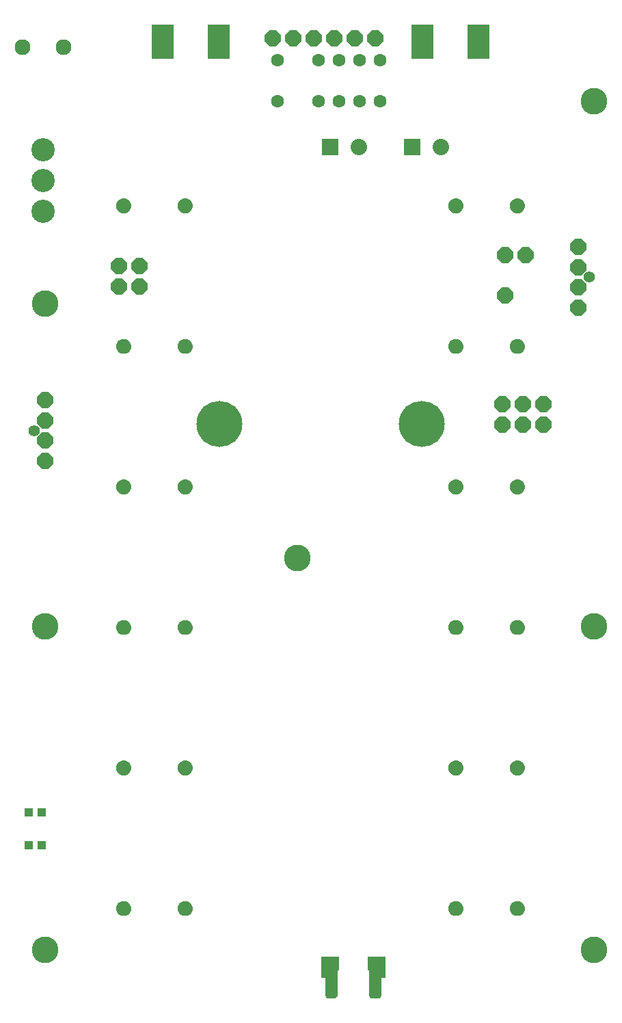
<source format=gbr>
G04 EAGLE Gerber RS-274X export*
G75*
%MOMM*%
%FSLAX34Y34*%
%LPD*%
%INSoldermask Bottom*%
%IPPOS*%
%AMOC8*
5,1,8,0,0,1.08239X$1,22.5*%
G01*
%ADD10C,1.401600*%
%ADD11P,2.199416X8X112.500000*%
%ADD12P,2.199416X8X292.500000*%
%ADD13C,5.689600*%
%ADD14C,2.032000*%
%ADD15R,2.032000X2.032000*%
%ADD16R,1.101600X1.001600*%
%ADD17R,2.197100X1.663700*%
%ADD18C,1.041400*%
%ADD19R,2.768600X4.292600*%
%ADD20C,1.601600*%
%ADD21P,2.199416X8X22.500000*%
%ADD22C,3.301600*%
%ADD23C,2.882900*%
%ADD24C,1.955800*%

G36*
X611318Y139205D02*
X611318Y139205D01*
X611319Y139205D01*
X612421Y139329D01*
X612421Y139330D01*
X612422Y139329D01*
X613469Y139696D01*
X613470Y139696D01*
X614409Y140286D01*
X614409Y140287D01*
X614410Y140287D01*
X615194Y141071D01*
X615194Y141072D01*
X615195Y141072D01*
X615785Y142011D01*
X615785Y142012D01*
X616152Y143059D01*
X616151Y143060D01*
X616152Y143060D01*
X616276Y144162D01*
X616276Y144163D01*
X616276Y164859D01*
X621605Y164859D01*
X621610Y164863D01*
X621610Y164864D01*
X621610Y173881D01*
X621606Y173886D01*
X621605Y173886D01*
X601158Y173886D01*
X601153Y173882D01*
X601153Y173881D01*
X601153Y144163D01*
X601153Y144162D01*
X601293Y143048D01*
X601294Y143047D01*
X601293Y143047D01*
X601678Y141991D01*
X601678Y141990D01*
X602288Y141046D01*
X602289Y141046D01*
X603093Y140261D01*
X603094Y140261D01*
X604053Y139675D01*
X604054Y139675D01*
X605119Y139317D01*
X605120Y139317D01*
X606238Y139205D01*
X611318Y139205D01*
X611318Y139205D01*
G37*
G36*
X556962Y139205D02*
X556962Y139205D01*
X556963Y139205D01*
X558080Y139317D01*
X558081Y139317D01*
X559146Y139675D01*
X559147Y139675D01*
X560106Y140261D01*
X560107Y140261D01*
X560911Y141046D01*
X560912Y141046D01*
X561522Y141990D01*
X561522Y141991D01*
X561907Y143047D01*
X561907Y143048D01*
X561907Y143050D01*
X561915Y143115D01*
X561916Y143120D01*
X561917Y143125D01*
X561917Y143130D01*
X561918Y143135D01*
X561919Y143140D01*
X561919Y143145D01*
X561920Y143150D01*
X561920Y143155D01*
X561921Y143159D01*
X561921Y143160D01*
X561922Y143164D01*
X561922Y143165D01*
X561930Y143229D01*
X561930Y143234D01*
X561931Y143239D01*
X561932Y143244D01*
X561932Y143249D01*
X561933Y143254D01*
X561934Y143259D01*
X561934Y143264D01*
X561935Y143269D01*
X561935Y143274D01*
X561936Y143279D01*
X561944Y143343D01*
X561945Y143348D01*
X561945Y143353D01*
X561946Y143358D01*
X561947Y143363D01*
X561947Y143368D01*
X561948Y143373D01*
X561949Y143378D01*
X561949Y143383D01*
X561950Y143388D01*
X561950Y143393D01*
X561958Y143458D01*
X561959Y143458D01*
X561959Y143463D01*
X561960Y143468D01*
X561960Y143473D01*
X561961Y143477D01*
X561961Y143478D01*
X561962Y143482D01*
X561962Y143483D01*
X561962Y143487D01*
X561963Y143492D01*
X561963Y143497D01*
X561964Y143497D01*
X561963Y143497D01*
X561964Y143502D01*
X561965Y143507D01*
X561973Y143572D01*
X561973Y143577D01*
X561974Y143582D01*
X561975Y143587D01*
X561975Y143592D01*
X561976Y143597D01*
X561977Y143602D01*
X561977Y143607D01*
X561978Y143612D01*
X561978Y143617D01*
X561979Y143622D01*
X561987Y143681D01*
X561987Y143686D01*
X561988Y143691D01*
X561988Y143696D01*
X561989Y143701D01*
X561990Y143706D01*
X561990Y143711D01*
X561991Y143716D01*
X561992Y143721D01*
X561992Y143726D01*
X561993Y143731D01*
X561993Y143736D01*
X562001Y143795D01*
X562001Y143796D01*
X562002Y143800D01*
X562002Y143801D01*
X562002Y143805D01*
X562003Y143810D01*
X562003Y143815D01*
X562004Y143820D01*
X562005Y143825D01*
X562005Y143830D01*
X562006Y143835D01*
X562007Y143840D01*
X562007Y143845D01*
X562008Y143850D01*
X562015Y143910D01*
X562016Y143915D01*
X562016Y143920D01*
X562017Y143920D01*
X562016Y143920D01*
X562017Y143925D01*
X562018Y143930D01*
X562018Y143935D01*
X562019Y143940D01*
X562020Y143945D01*
X562020Y143950D01*
X562021Y143954D01*
X562021Y143955D01*
X562021Y143959D01*
X562022Y143959D01*
X562021Y143960D01*
X562022Y143964D01*
X562030Y144024D01*
X562030Y144029D01*
X562031Y144034D01*
X562031Y144039D01*
X562032Y144044D01*
X562033Y144049D01*
X562033Y144054D01*
X562034Y144059D01*
X562035Y144064D01*
X562035Y144069D01*
X562036Y144074D01*
X562036Y144079D01*
X562044Y144138D01*
X562045Y144143D01*
X562045Y144148D01*
X562046Y144153D01*
X562046Y144158D01*
X562047Y144162D01*
X562047Y144163D01*
X562047Y173881D01*
X562043Y173886D01*
X562042Y173886D01*
X541595Y173886D01*
X541590Y173882D01*
X541590Y173881D01*
X541590Y164864D01*
X541594Y164859D01*
X541595Y164859D01*
X546924Y164859D01*
X546924Y144163D01*
X546924Y144162D01*
X547048Y143060D01*
X547049Y143060D01*
X547048Y143059D01*
X547415Y142012D01*
X547415Y142011D01*
X548005Y141072D01*
X548006Y141072D01*
X548006Y141071D01*
X548790Y140287D01*
X548791Y140287D01*
X548791Y140286D01*
X549730Y139696D01*
X549731Y139696D01*
X550778Y139329D01*
X550779Y139330D01*
X550779Y139329D01*
X551881Y139205D01*
X551882Y139205D01*
X556962Y139205D01*
X556962Y139205D01*
G37*
D10*
X873400Y1032500D03*
X186600Y842500D03*
D11*
X316800Y1046080D03*
X291400Y1046080D03*
D12*
X291400Y1020680D03*
X316800Y1020680D03*
D11*
X766100Y874910D03*
X791500Y874910D03*
D13*
X416010Y850410D03*
X666000Y850410D03*
D14*
X588301Y1193720D03*
D15*
X553299Y1193720D03*
D14*
X689901Y1193720D03*
D15*
X654899Y1193720D03*
D12*
X860000Y1045000D03*
X795000Y1060000D03*
D11*
X860000Y1020000D03*
D12*
X770000Y1060000D03*
D11*
X860000Y995000D03*
X770000Y1010000D03*
D16*
X195850Y370100D03*
X179850Y370100D03*
X179850Y329100D03*
X195850Y329100D03*
D17*
X552581Y182708D03*
X610620Y182708D03*
D18*
X293104Y1120690D02*
X293106Y1120816D01*
X293112Y1120942D01*
X293122Y1121068D01*
X293136Y1121193D01*
X293153Y1121318D01*
X293175Y1121443D01*
X293201Y1121566D01*
X293230Y1121689D01*
X293263Y1121810D01*
X293301Y1121931D01*
X293341Y1122050D01*
X293386Y1122168D01*
X293434Y1122285D01*
X293486Y1122400D01*
X293542Y1122513D01*
X293601Y1122625D01*
X293663Y1122734D01*
X293729Y1122842D01*
X293798Y1122947D01*
X293871Y1123051D01*
X293947Y1123151D01*
X294026Y1123250D01*
X294108Y1123346D01*
X294192Y1123439D01*
X294280Y1123530D01*
X294371Y1123618D01*
X294464Y1123702D01*
X294560Y1123784D01*
X294659Y1123863D01*
X294759Y1123939D01*
X294863Y1124012D01*
X294968Y1124081D01*
X295076Y1124147D01*
X295185Y1124209D01*
X295297Y1124268D01*
X295410Y1124324D01*
X295525Y1124376D01*
X295642Y1124424D01*
X295760Y1124469D01*
X295879Y1124509D01*
X296000Y1124547D01*
X296121Y1124580D01*
X296244Y1124609D01*
X296367Y1124635D01*
X296492Y1124657D01*
X296617Y1124674D01*
X296742Y1124688D01*
X296868Y1124698D01*
X296994Y1124704D01*
X297120Y1124706D01*
X297246Y1124704D01*
X297372Y1124698D01*
X297498Y1124688D01*
X297623Y1124674D01*
X297748Y1124657D01*
X297873Y1124635D01*
X297996Y1124609D01*
X298119Y1124580D01*
X298240Y1124547D01*
X298361Y1124509D01*
X298480Y1124469D01*
X298598Y1124424D01*
X298715Y1124376D01*
X298830Y1124324D01*
X298943Y1124268D01*
X299055Y1124209D01*
X299164Y1124147D01*
X299272Y1124081D01*
X299377Y1124012D01*
X299481Y1123939D01*
X299581Y1123863D01*
X299680Y1123784D01*
X299776Y1123702D01*
X299869Y1123618D01*
X299960Y1123530D01*
X300048Y1123439D01*
X300132Y1123346D01*
X300214Y1123250D01*
X300293Y1123151D01*
X300369Y1123051D01*
X300442Y1122947D01*
X300511Y1122842D01*
X300577Y1122734D01*
X300639Y1122625D01*
X300698Y1122513D01*
X300754Y1122400D01*
X300806Y1122285D01*
X300854Y1122168D01*
X300899Y1122050D01*
X300939Y1121931D01*
X300977Y1121810D01*
X301010Y1121689D01*
X301039Y1121566D01*
X301065Y1121443D01*
X301087Y1121318D01*
X301104Y1121193D01*
X301118Y1121068D01*
X301128Y1120942D01*
X301134Y1120816D01*
X301136Y1120690D01*
X301134Y1120564D01*
X301128Y1120438D01*
X301118Y1120312D01*
X301104Y1120187D01*
X301087Y1120062D01*
X301065Y1119937D01*
X301039Y1119814D01*
X301010Y1119691D01*
X300977Y1119570D01*
X300939Y1119449D01*
X300899Y1119330D01*
X300854Y1119212D01*
X300806Y1119095D01*
X300754Y1118980D01*
X300698Y1118867D01*
X300639Y1118755D01*
X300577Y1118646D01*
X300511Y1118538D01*
X300442Y1118433D01*
X300369Y1118329D01*
X300293Y1118229D01*
X300214Y1118130D01*
X300132Y1118034D01*
X300048Y1117941D01*
X299960Y1117850D01*
X299869Y1117762D01*
X299776Y1117678D01*
X299680Y1117596D01*
X299581Y1117517D01*
X299481Y1117441D01*
X299377Y1117368D01*
X299272Y1117299D01*
X299164Y1117233D01*
X299055Y1117171D01*
X298943Y1117112D01*
X298830Y1117056D01*
X298715Y1117004D01*
X298598Y1116956D01*
X298480Y1116911D01*
X298361Y1116871D01*
X298240Y1116833D01*
X298119Y1116800D01*
X297996Y1116771D01*
X297873Y1116745D01*
X297748Y1116723D01*
X297623Y1116706D01*
X297498Y1116692D01*
X297372Y1116682D01*
X297246Y1116676D01*
X297120Y1116674D01*
X296994Y1116676D01*
X296868Y1116682D01*
X296742Y1116692D01*
X296617Y1116706D01*
X296492Y1116723D01*
X296367Y1116745D01*
X296244Y1116771D01*
X296121Y1116800D01*
X296000Y1116833D01*
X295879Y1116871D01*
X295760Y1116911D01*
X295642Y1116956D01*
X295525Y1117004D01*
X295410Y1117056D01*
X295297Y1117112D01*
X295185Y1117171D01*
X295076Y1117233D01*
X294968Y1117299D01*
X294863Y1117368D01*
X294759Y1117441D01*
X294659Y1117517D01*
X294560Y1117596D01*
X294464Y1117678D01*
X294371Y1117762D01*
X294280Y1117850D01*
X294192Y1117941D01*
X294108Y1118034D01*
X294026Y1118130D01*
X293947Y1118229D01*
X293871Y1118329D01*
X293798Y1118433D01*
X293729Y1118538D01*
X293663Y1118646D01*
X293601Y1118755D01*
X293542Y1118867D01*
X293486Y1118980D01*
X293434Y1119095D01*
X293386Y1119212D01*
X293341Y1119330D01*
X293301Y1119449D01*
X293263Y1119570D01*
X293230Y1119691D01*
X293201Y1119814D01*
X293175Y1119937D01*
X293153Y1120062D01*
X293136Y1120187D01*
X293122Y1120312D01*
X293112Y1120438D01*
X293106Y1120564D01*
X293104Y1120690D01*
X369304Y1120690D02*
X369306Y1120816D01*
X369312Y1120942D01*
X369322Y1121068D01*
X369336Y1121193D01*
X369353Y1121318D01*
X369375Y1121443D01*
X369401Y1121566D01*
X369430Y1121689D01*
X369463Y1121810D01*
X369501Y1121931D01*
X369541Y1122050D01*
X369586Y1122168D01*
X369634Y1122285D01*
X369686Y1122400D01*
X369742Y1122513D01*
X369801Y1122625D01*
X369863Y1122734D01*
X369929Y1122842D01*
X369998Y1122947D01*
X370071Y1123051D01*
X370147Y1123151D01*
X370226Y1123250D01*
X370308Y1123346D01*
X370392Y1123439D01*
X370480Y1123530D01*
X370571Y1123618D01*
X370664Y1123702D01*
X370760Y1123784D01*
X370859Y1123863D01*
X370959Y1123939D01*
X371063Y1124012D01*
X371168Y1124081D01*
X371276Y1124147D01*
X371385Y1124209D01*
X371497Y1124268D01*
X371610Y1124324D01*
X371725Y1124376D01*
X371842Y1124424D01*
X371960Y1124469D01*
X372079Y1124509D01*
X372200Y1124547D01*
X372321Y1124580D01*
X372444Y1124609D01*
X372567Y1124635D01*
X372692Y1124657D01*
X372817Y1124674D01*
X372942Y1124688D01*
X373068Y1124698D01*
X373194Y1124704D01*
X373320Y1124706D01*
X373446Y1124704D01*
X373572Y1124698D01*
X373698Y1124688D01*
X373823Y1124674D01*
X373948Y1124657D01*
X374073Y1124635D01*
X374196Y1124609D01*
X374319Y1124580D01*
X374440Y1124547D01*
X374561Y1124509D01*
X374680Y1124469D01*
X374798Y1124424D01*
X374915Y1124376D01*
X375030Y1124324D01*
X375143Y1124268D01*
X375255Y1124209D01*
X375364Y1124147D01*
X375472Y1124081D01*
X375577Y1124012D01*
X375681Y1123939D01*
X375781Y1123863D01*
X375880Y1123784D01*
X375976Y1123702D01*
X376069Y1123618D01*
X376160Y1123530D01*
X376248Y1123439D01*
X376332Y1123346D01*
X376414Y1123250D01*
X376493Y1123151D01*
X376569Y1123051D01*
X376642Y1122947D01*
X376711Y1122842D01*
X376777Y1122734D01*
X376839Y1122625D01*
X376898Y1122513D01*
X376954Y1122400D01*
X377006Y1122285D01*
X377054Y1122168D01*
X377099Y1122050D01*
X377139Y1121931D01*
X377177Y1121810D01*
X377210Y1121689D01*
X377239Y1121566D01*
X377265Y1121443D01*
X377287Y1121318D01*
X377304Y1121193D01*
X377318Y1121068D01*
X377328Y1120942D01*
X377334Y1120816D01*
X377336Y1120690D01*
X377334Y1120564D01*
X377328Y1120438D01*
X377318Y1120312D01*
X377304Y1120187D01*
X377287Y1120062D01*
X377265Y1119937D01*
X377239Y1119814D01*
X377210Y1119691D01*
X377177Y1119570D01*
X377139Y1119449D01*
X377099Y1119330D01*
X377054Y1119212D01*
X377006Y1119095D01*
X376954Y1118980D01*
X376898Y1118867D01*
X376839Y1118755D01*
X376777Y1118646D01*
X376711Y1118538D01*
X376642Y1118433D01*
X376569Y1118329D01*
X376493Y1118229D01*
X376414Y1118130D01*
X376332Y1118034D01*
X376248Y1117941D01*
X376160Y1117850D01*
X376069Y1117762D01*
X375976Y1117678D01*
X375880Y1117596D01*
X375781Y1117517D01*
X375681Y1117441D01*
X375577Y1117368D01*
X375472Y1117299D01*
X375364Y1117233D01*
X375255Y1117171D01*
X375143Y1117112D01*
X375030Y1117056D01*
X374915Y1117004D01*
X374798Y1116956D01*
X374680Y1116911D01*
X374561Y1116871D01*
X374440Y1116833D01*
X374319Y1116800D01*
X374196Y1116771D01*
X374073Y1116745D01*
X373948Y1116723D01*
X373823Y1116706D01*
X373698Y1116692D01*
X373572Y1116682D01*
X373446Y1116676D01*
X373320Y1116674D01*
X373194Y1116676D01*
X373068Y1116682D01*
X372942Y1116692D01*
X372817Y1116706D01*
X372692Y1116723D01*
X372567Y1116745D01*
X372444Y1116771D01*
X372321Y1116800D01*
X372200Y1116833D01*
X372079Y1116871D01*
X371960Y1116911D01*
X371842Y1116956D01*
X371725Y1117004D01*
X371610Y1117056D01*
X371497Y1117112D01*
X371385Y1117171D01*
X371276Y1117233D01*
X371168Y1117299D01*
X371063Y1117368D01*
X370959Y1117441D01*
X370859Y1117517D01*
X370760Y1117596D01*
X370664Y1117678D01*
X370571Y1117762D01*
X370480Y1117850D01*
X370392Y1117941D01*
X370308Y1118034D01*
X370226Y1118130D01*
X370147Y1118229D01*
X370071Y1118329D01*
X369998Y1118433D01*
X369929Y1118538D01*
X369863Y1118646D01*
X369801Y1118755D01*
X369742Y1118867D01*
X369686Y1118980D01*
X369634Y1119095D01*
X369586Y1119212D01*
X369541Y1119330D01*
X369501Y1119449D01*
X369463Y1119570D01*
X369430Y1119691D01*
X369401Y1119814D01*
X369375Y1119937D01*
X369353Y1120062D01*
X369336Y1120187D01*
X369322Y1120312D01*
X369312Y1120438D01*
X369306Y1120564D01*
X369304Y1120690D01*
X704584Y1120690D02*
X704586Y1120816D01*
X704592Y1120942D01*
X704602Y1121068D01*
X704616Y1121193D01*
X704633Y1121318D01*
X704655Y1121443D01*
X704681Y1121566D01*
X704710Y1121689D01*
X704743Y1121810D01*
X704781Y1121931D01*
X704821Y1122050D01*
X704866Y1122168D01*
X704914Y1122285D01*
X704966Y1122400D01*
X705022Y1122513D01*
X705081Y1122625D01*
X705143Y1122734D01*
X705209Y1122842D01*
X705278Y1122947D01*
X705351Y1123051D01*
X705427Y1123151D01*
X705506Y1123250D01*
X705588Y1123346D01*
X705672Y1123439D01*
X705760Y1123530D01*
X705851Y1123618D01*
X705944Y1123702D01*
X706040Y1123784D01*
X706139Y1123863D01*
X706239Y1123939D01*
X706343Y1124012D01*
X706448Y1124081D01*
X706556Y1124147D01*
X706665Y1124209D01*
X706777Y1124268D01*
X706890Y1124324D01*
X707005Y1124376D01*
X707122Y1124424D01*
X707240Y1124469D01*
X707359Y1124509D01*
X707480Y1124547D01*
X707601Y1124580D01*
X707724Y1124609D01*
X707847Y1124635D01*
X707972Y1124657D01*
X708097Y1124674D01*
X708222Y1124688D01*
X708348Y1124698D01*
X708474Y1124704D01*
X708600Y1124706D01*
X708726Y1124704D01*
X708852Y1124698D01*
X708978Y1124688D01*
X709103Y1124674D01*
X709228Y1124657D01*
X709353Y1124635D01*
X709476Y1124609D01*
X709599Y1124580D01*
X709720Y1124547D01*
X709841Y1124509D01*
X709960Y1124469D01*
X710078Y1124424D01*
X710195Y1124376D01*
X710310Y1124324D01*
X710423Y1124268D01*
X710535Y1124209D01*
X710644Y1124147D01*
X710752Y1124081D01*
X710857Y1124012D01*
X710961Y1123939D01*
X711061Y1123863D01*
X711160Y1123784D01*
X711256Y1123702D01*
X711349Y1123618D01*
X711440Y1123530D01*
X711528Y1123439D01*
X711612Y1123346D01*
X711694Y1123250D01*
X711773Y1123151D01*
X711849Y1123051D01*
X711922Y1122947D01*
X711991Y1122842D01*
X712057Y1122734D01*
X712119Y1122625D01*
X712178Y1122513D01*
X712234Y1122400D01*
X712286Y1122285D01*
X712334Y1122168D01*
X712379Y1122050D01*
X712419Y1121931D01*
X712457Y1121810D01*
X712490Y1121689D01*
X712519Y1121566D01*
X712545Y1121443D01*
X712567Y1121318D01*
X712584Y1121193D01*
X712598Y1121068D01*
X712608Y1120942D01*
X712614Y1120816D01*
X712616Y1120690D01*
X712614Y1120564D01*
X712608Y1120438D01*
X712598Y1120312D01*
X712584Y1120187D01*
X712567Y1120062D01*
X712545Y1119937D01*
X712519Y1119814D01*
X712490Y1119691D01*
X712457Y1119570D01*
X712419Y1119449D01*
X712379Y1119330D01*
X712334Y1119212D01*
X712286Y1119095D01*
X712234Y1118980D01*
X712178Y1118867D01*
X712119Y1118755D01*
X712057Y1118646D01*
X711991Y1118538D01*
X711922Y1118433D01*
X711849Y1118329D01*
X711773Y1118229D01*
X711694Y1118130D01*
X711612Y1118034D01*
X711528Y1117941D01*
X711440Y1117850D01*
X711349Y1117762D01*
X711256Y1117678D01*
X711160Y1117596D01*
X711061Y1117517D01*
X710961Y1117441D01*
X710857Y1117368D01*
X710752Y1117299D01*
X710644Y1117233D01*
X710535Y1117171D01*
X710423Y1117112D01*
X710310Y1117056D01*
X710195Y1117004D01*
X710078Y1116956D01*
X709960Y1116911D01*
X709841Y1116871D01*
X709720Y1116833D01*
X709599Y1116800D01*
X709476Y1116771D01*
X709353Y1116745D01*
X709228Y1116723D01*
X709103Y1116706D01*
X708978Y1116692D01*
X708852Y1116682D01*
X708726Y1116676D01*
X708600Y1116674D01*
X708474Y1116676D01*
X708348Y1116682D01*
X708222Y1116692D01*
X708097Y1116706D01*
X707972Y1116723D01*
X707847Y1116745D01*
X707724Y1116771D01*
X707601Y1116800D01*
X707480Y1116833D01*
X707359Y1116871D01*
X707240Y1116911D01*
X707122Y1116956D01*
X707005Y1117004D01*
X706890Y1117056D01*
X706777Y1117112D01*
X706665Y1117171D01*
X706556Y1117233D01*
X706448Y1117299D01*
X706343Y1117368D01*
X706239Y1117441D01*
X706139Y1117517D01*
X706040Y1117596D01*
X705944Y1117678D01*
X705851Y1117762D01*
X705760Y1117850D01*
X705672Y1117941D01*
X705588Y1118034D01*
X705506Y1118130D01*
X705427Y1118229D01*
X705351Y1118329D01*
X705278Y1118433D01*
X705209Y1118538D01*
X705143Y1118646D01*
X705081Y1118755D01*
X705022Y1118867D01*
X704966Y1118980D01*
X704914Y1119095D01*
X704866Y1119212D01*
X704821Y1119330D01*
X704781Y1119449D01*
X704743Y1119570D01*
X704710Y1119691D01*
X704681Y1119814D01*
X704655Y1119937D01*
X704633Y1120062D01*
X704616Y1120187D01*
X704602Y1120312D01*
X704592Y1120438D01*
X704586Y1120564D01*
X704584Y1120690D01*
X780784Y1120690D02*
X780786Y1120816D01*
X780792Y1120942D01*
X780802Y1121068D01*
X780816Y1121193D01*
X780833Y1121318D01*
X780855Y1121443D01*
X780881Y1121566D01*
X780910Y1121689D01*
X780943Y1121810D01*
X780981Y1121931D01*
X781021Y1122050D01*
X781066Y1122168D01*
X781114Y1122285D01*
X781166Y1122400D01*
X781222Y1122513D01*
X781281Y1122625D01*
X781343Y1122734D01*
X781409Y1122842D01*
X781478Y1122947D01*
X781551Y1123051D01*
X781627Y1123151D01*
X781706Y1123250D01*
X781788Y1123346D01*
X781872Y1123439D01*
X781960Y1123530D01*
X782051Y1123618D01*
X782144Y1123702D01*
X782240Y1123784D01*
X782339Y1123863D01*
X782439Y1123939D01*
X782543Y1124012D01*
X782648Y1124081D01*
X782756Y1124147D01*
X782865Y1124209D01*
X782977Y1124268D01*
X783090Y1124324D01*
X783205Y1124376D01*
X783322Y1124424D01*
X783440Y1124469D01*
X783559Y1124509D01*
X783680Y1124547D01*
X783801Y1124580D01*
X783924Y1124609D01*
X784047Y1124635D01*
X784172Y1124657D01*
X784297Y1124674D01*
X784422Y1124688D01*
X784548Y1124698D01*
X784674Y1124704D01*
X784800Y1124706D01*
X784926Y1124704D01*
X785052Y1124698D01*
X785178Y1124688D01*
X785303Y1124674D01*
X785428Y1124657D01*
X785553Y1124635D01*
X785676Y1124609D01*
X785799Y1124580D01*
X785920Y1124547D01*
X786041Y1124509D01*
X786160Y1124469D01*
X786278Y1124424D01*
X786395Y1124376D01*
X786510Y1124324D01*
X786623Y1124268D01*
X786735Y1124209D01*
X786844Y1124147D01*
X786952Y1124081D01*
X787057Y1124012D01*
X787161Y1123939D01*
X787261Y1123863D01*
X787360Y1123784D01*
X787456Y1123702D01*
X787549Y1123618D01*
X787640Y1123530D01*
X787728Y1123439D01*
X787812Y1123346D01*
X787894Y1123250D01*
X787973Y1123151D01*
X788049Y1123051D01*
X788122Y1122947D01*
X788191Y1122842D01*
X788257Y1122734D01*
X788319Y1122625D01*
X788378Y1122513D01*
X788434Y1122400D01*
X788486Y1122285D01*
X788534Y1122168D01*
X788579Y1122050D01*
X788619Y1121931D01*
X788657Y1121810D01*
X788690Y1121689D01*
X788719Y1121566D01*
X788745Y1121443D01*
X788767Y1121318D01*
X788784Y1121193D01*
X788798Y1121068D01*
X788808Y1120942D01*
X788814Y1120816D01*
X788816Y1120690D01*
X788814Y1120564D01*
X788808Y1120438D01*
X788798Y1120312D01*
X788784Y1120187D01*
X788767Y1120062D01*
X788745Y1119937D01*
X788719Y1119814D01*
X788690Y1119691D01*
X788657Y1119570D01*
X788619Y1119449D01*
X788579Y1119330D01*
X788534Y1119212D01*
X788486Y1119095D01*
X788434Y1118980D01*
X788378Y1118867D01*
X788319Y1118755D01*
X788257Y1118646D01*
X788191Y1118538D01*
X788122Y1118433D01*
X788049Y1118329D01*
X787973Y1118229D01*
X787894Y1118130D01*
X787812Y1118034D01*
X787728Y1117941D01*
X787640Y1117850D01*
X787549Y1117762D01*
X787456Y1117678D01*
X787360Y1117596D01*
X787261Y1117517D01*
X787161Y1117441D01*
X787057Y1117368D01*
X786952Y1117299D01*
X786844Y1117233D01*
X786735Y1117171D01*
X786623Y1117112D01*
X786510Y1117056D01*
X786395Y1117004D01*
X786278Y1116956D01*
X786160Y1116911D01*
X786041Y1116871D01*
X785920Y1116833D01*
X785799Y1116800D01*
X785676Y1116771D01*
X785553Y1116745D01*
X785428Y1116723D01*
X785303Y1116706D01*
X785178Y1116692D01*
X785052Y1116682D01*
X784926Y1116676D01*
X784800Y1116674D01*
X784674Y1116676D01*
X784548Y1116682D01*
X784422Y1116692D01*
X784297Y1116706D01*
X784172Y1116723D01*
X784047Y1116745D01*
X783924Y1116771D01*
X783801Y1116800D01*
X783680Y1116833D01*
X783559Y1116871D01*
X783440Y1116911D01*
X783322Y1116956D01*
X783205Y1117004D01*
X783090Y1117056D01*
X782977Y1117112D01*
X782865Y1117171D01*
X782756Y1117233D01*
X782648Y1117299D01*
X782543Y1117368D01*
X782439Y1117441D01*
X782339Y1117517D01*
X782240Y1117596D01*
X782144Y1117678D01*
X782051Y1117762D01*
X781960Y1117850D01*
X781872Y1117941D01*
X781788Y1118034D01*
X781706Y1118130D01*
X781627Y1118229D01*
X781551Y1118329D01*
X781478Y1118433D01*
X781409Y1118538D01*
X781343Y1118646D01*
X781281Y1118755D01*
X781222Y1118867D01*
X781166Y1118980D01*
X781114Y1119095D01*
X781066Y1119212D01*
X781021Y1119330D01*
X780981Y1119449D01*
X780943Y1119570D01*
X780910Y1119691D01*
X780881Y1119814D01*
X780855Y1119937D01*
X780833Y1120062D01*
X780816Y1120187D01*
X780802Y1120312D01*
X780792Y1120438D01*
X780786Y1120564D01*
X780784Y1120690D01*
X780784Y946700D02*
X780786Y946826D01*
X780792Y946952D01*
X780802Y947078D01*
X780816Y947203D01*
X780833Y947328D01*
X780855Y947453D01*
X780881Y947576D01*
X780910Y947699D01*
X780943Y947820D01*
X780981Y947941D01*
X781021Y948060D01*
X781066Y948178D01*
X781114Y948295D01*
X781166Y948410D01*
X781222Y948523D01*
X781281Y948635D01*
X781343Y948744D01*
X781409Y948852D01*
X781478Y948957D01*
X781551Y949061D01*
X781627Y949161D01*
X781706Y949260D01*
X781788Y949356D01*
X781872Y949449D01*
X781960Y949540D01*
X782051Y949628D01*
X782144Y949712D01*
X782240Y949794D01*
X782339Y949873D01*
X782439Y949949D01*
X782543Y950022D01*
X782648Y950091D01*
X782756Y950157D01*
X782865Y950219D01*
X782977Y950278D01*
X783090Y950334D01*
X783205Y950386D01*
X783322Y950434D01*
X783440Y950479D01*
X783559Y950519D01*
X783680Y950557D01*
X783801Y950590D01*
X783924Y950619D01*
X784047Y950645D01*
X784172Y950667D01*
X784297Y950684D01*
X784422Y950698D01*
X784548Y950708D01*
X784674Y950714D01*
X784800Y950716D01*
X784926Y950714D01*
X785052Y950708D01*
X785178Y950698D01*
X785303Y950684D01*
X785428Y950667D01*
X785553Y950645D01*
X785676Y950619D01*
X785799Y950590D01*
X785920Y950557D01*
X786041Y950519D01*
X786160Y950479D01*
X786278Y950434D01*
X786395Y950386D01*
X786510Y950334D01*
X786623Y950278D01*
X786735Y950219D01*
X786844Y950157D01*
X786952Y950091D01*
X787057Y950022D01*
X787161Y949949D01*
X787261Y949873D01*
X787360Y949794D01*
X787456Y949712D01*
X787549Y949628D01*
X787640Y949540D01*
X787728Y949449D01*
X787812Y949356D01*
X787894Y949260D01*
X787973Y949161D01*
X788049Y949061D01*
X788122Y948957D01*
X788191Y948852D01*
X788257Y948744D01*
X788319Y948635D01*
X788378Y948523D01*
X788434Y948410D01*
X788486Y948295D01*
X788534Y948178D01*
X788579Y948060D01*
X788619Y947941D01*
X788657Y947820D01*
X788690Y947699D01*
X788719Y947576D01*
X788745Y947453D01*
X788767Y947328D01*
X788784Y947203D01*
X788798Y947078D01*
X788808Y946952D01*
X788814Y946826D01*
X788816Y946700D01*
X788814Y946574D01*
X788808Y946448D01*
X788798Y946322D01*
X788784Y946197D01*
X788767Y946072D01*
X788745Y945947D01*
X788719Y945824D01*
X788690Y945701D01*
X788657Y945580D01*
X788619Y945459D01*
X788579Y945340D01*
X788534Y945222D01*
X788486Y945105D01*
X788434Y944990D01*
X788378Y944877D01*
X788319Y944765D01*
X788257Y944656D01*
X788191Y944548D01*
X788122Y944443D01*
X788049Y944339D01*
X787973Y944239D01*
X787894Y944140D01*
X787812Y944044D01*
X787728Y943951D01*
X787640Y943860D01*
X787549Y943772D01*
X787456Y943688D01*
X787360Y943606D01*
X787261Y943527D01*
X787161Y943451D01*
X787057Y943378D01*
X786952Y943309D01*
X786844Y943243D01*
X786735Y943181D01*
X786623Y943122D01*
X786510Y943066D01*
X786395Y943014D01*
X786278Y942966D01*
X786160Y942921D01*
X786041Y942881D01*
X785920Y942843D01*
X785799Y942810D01*
X785676Y942781D01*
X785553Y942755D01*
X785428Y942733D01*
X785303Y942716D01*
X785178Y942702D01*
X785052Y942692D01*
X784926Y942686D01*
X784800Y942684D01*
X784674Y942686D01*
X784548Y942692D01*
X784422Y942702D01*
X784297Y942716D01*
X784172Y942733D01*
X784047Y942755D01*
X783924Y942781D01*
X783801Y942810D01*
X783680Y942843D01*
X783559Y942881D01*
X783440Y942921D01*
X783322Y942966D01*
X783205Y943014D01*
X783090Y943066D01*
X782977Y943122D01*
X782865Y943181D01*
X782756Y943243D01*
X782648Y943309D01*
X782543Y943378D01*
X782439Y943451D01*
X782339Y943527D01*
X782240Y943606D01*
X782144Y943688D01*
X782051Y943772D01*
X781960Y943860D01*
X781872Y943951D01*
X781788Y944044D01*
X781706Y944140D01*
X781627Y944239D01*
X781551Y944339D01*
X781478Y944443D01*
X781409Y944548D01*
X781343Y944656D01*
X781281Y944765D01*
X781222Y944877D01*
X781166Y944990D01*
X781114Y945105D01*
X781066Y945222D01*
X781021Y945340D01*
X780981Y945459D01*
X780943Y945580D01*
X780910Y945701D01*
X780881Y945824D01*
X780855Y945947D01*
X780833Y946072D01*
X780816Y946197D01*
X780802Y946322D01*
X780792Y946448D01*
X780786Y946574D01*
X780784Y946700D01*
X704584Y946700D02*
X704586Y946826D01*
X704592Y946952D01*
X704602Y947078D01*
X704616Y947203D01*
X704633Y947328D01*
X704655Y947453D01*
X704681Y947576D01*
X704710Y947699D01*
X704743Y947820D01*
X704781Y947941D01*
X704821Y948060D01*
X704866Y948178D01*
X704914Y948295D01*
X704966Y948410D01*
X705022Y948523D01*
X705081Y948635D01*
X705143Y948744D01*
X705209Y948852D01*
X705278Y948957D01*
X705351Y949061D01*
X705427Y949161D01*
X705506Y949260D01*
X705588Y949356D01*
X705672Y949449D01*
X705760Y949540D01*
X705851Y949628D01*
X705944Y949712D01*
X706040Y949794D01*
X706139Y949873D01*
X706239Y949949D01*
X706343Y950022D01*
X706448Y950091D01*
X706556Y950157D01*
X706665Y950219D01*
X706777Y950278D01*
X706890Y950334D01*
X707005Y950386D01*
X707122Y950434D01*
X707240Y950479D01*
X707359Y950519D01*
X707480Y950557D01*
X707601Y950590D01*
X707724Y950619D01*
X707847Y950645D01*
X707972Y950667D01*
X708097Y950684D01*
X708222Y950698D01*
X708348Y950708D01*
X708474Y950714D01*
X708600Y950716D01*
X708726Y950714D01*
X708852Y950708D01*
X708978Y950698D01*
X709103Y950684D01*
X709228Y950667D01*
X709353Y950645D01*
X709476Y950619D01*
X709599Y950590D01*
X709720Y950557D01*
X709841Y950519D01*
X709960Y950479D01*
X710078Y950434D01*
X710195Y950386D01*
X710310Y950334D01*
X710423Y950278D01*
X710535Y950219D01*
X710644Y950157D01*
X710752Y950091D01*
X710857Y950022D01*
X710961Y949949D01*
X711061Y949873D01*
X711160Y949794D01*
X711256Y949712D01*
X711349Y949628D01*
X711440Y949540D01*
X711528Y949449D01*
X711612Y949356D01*
X711694Y949260D01*
X711773Y949161D01*
X711849Y949061D01*
X711922Y948957D01*
X711991Y948852D01*
X712057Y948744D01*
X712119Y948635D01*
X712178Y948523D01*
X712234Y948410D01*
X712286Y948295D01*
X712334Y948178D01*
X712379Y948060D01*
X712419Y947941D01*
X712457Y947820D01*
X712490Y947699D01*
X712519Y947576D01*
X712545Y947453D01*
X712567Y947328D01*
X712584Y947203D01*
X712598Y947078D01*
X712608Y946952D01*
X712614Y946826D01*
X712616Y946700D01*
X712614Y946574D01*
X712608Y946448D01*
X712598Y946322D01*
X712584Y946197D01*
X712567Y946072D01*
X712545Y945947D01*
X712519Y945824D01*
X712490Y945701D01*
X712457Y945580D01*
X712419Y945459D01*
X712379Y945340D01*
X712334Y945222D01*
X712286Y945105D01*
X712234Y944990D01*
X712178Y944877D01*
X712119Y944765D01*
X712057Y944656D01*
X711991Y944548D01*
X711922Y944443D01*
X711849Y944339D01*
X711773Y944239D01*
X711694Y944140D01*
X711612Y944044D01*
X711528Y943951D01*
X711440Y943860D01*
X711349Y943772D01*
X711256Y943688D01*
X711160Y943606D01*
X711061Y943527D01*
X710961Y943451D01*
X710857Y943378D01*
X710752Y943309D01*
X710644Y943243D01*
X710535Y943181D01*
X710423Y943122D01*
X710310Y943066D01*
X710195Y943014D01*
X710078Y942966D01*
X709960Y942921D01*
X709841Y942881D01*
X709720Y942843D01*
X709599Y942810D01*
X709476Y942781D01*
X709353Y942755D01*
X709228Y942733D01*
X709103Y942716D01*
X708978Y942702D01*
X708852Y942692D01*
X708726Y942686D01*
X708600Y942684D01*
X708474Y942686D01*
X708348Y942692D01*
X708222Y942702D01*
X708097Y942716D01*
X707972Y942733D01*
X707847Y942755D01*
X707724Y942781D01*
X707601Y942810D01*
X707480Y942843D01*
X707359Y942881D01*
X707240Y942921D01*
X707122Y942966D01*
X707005Y943014D01*
X706890Y943066D01*
X706777Y943122D01*
X706665Y943181D01*
X706556Y943243D01*
X706448Y943309D01*
X706343Y943378D01*
X706239Y943451D01*
X706139Y943527D01*
X706040Y943606D01*
X705944Y943688D01*
X705851Y943772D01*
X705760Y943860D01*
X705672Y943951D01*
X705588Y944044D01*
X705506Y944140D01*
X705427Y944239D01*
X705351Y944339D01*
X705278Y944443D01*
X705209Y944548D01*
X705143Y944656D01*
X705081Y944765D01*
X705022Y944877D01*
X704966Y944990D01*
X704914Y945105D01*
X704866Y945222D01*
X704821Y945340D01*
X704781Y945459D01*
X704743Y945580D01*
X704710Y945701D01*
X704681Y945824D01*
X704655Y945947D01*
X704633Y946072D01*
X704616Y946197D01*
X704602Y946322D01*
X704592Y946448D01*
X704586Y946574D01*
X704584Y946700D01*
X369304Y946700D02*
X369306Y946826D01*
X369312Y946952D01*
X369322Y947078D01*
X369336Y947203D01*
X369353Y947328D01*
X369375Y947453D01*
X369401Y947576D01*
X369430Y947699D01*
X369463Y947820D01*
X369501Y947941D01*
X369541Y948060D01*
X369586Y948178D01*
X369634Y948295D01*
X369686Y948410D01*
X369742Y948523D01*
X369801Y948635D01*
X369863Y948744D01*
X369929Y948852D01*
X369998Y948957D01*
X370071Y949061D01*
X370147Y949161D01*
X370226Y949260D01*
X370308Y949356D01*
X370392Y949449D01*
X370480Y949540D01*
X370571Y949628D01*
X370664Y949712D01*
X370760Y949794D01*
X370859Y949873D01*
X370959Y949949D01*
X371063Y950022D01*
X371168Y950091D01*
X371276Y950157D01*
X371385Y950219D01*
X371497Y950278D01*
X371610Y950334D01*
X371725Y950386D01*
X371842Y950434D01*
X371960Y950479D01*
X372079Y950519D01*
X372200Y950557D01*
X372321Y950590D01*
X372444Y950619D01*
X372567Y950645D01*
X372692Y950667D01*
X372817Y950684D01*
X372942Y950698D01*
X373068Y950708D01*
X373194Y950714D01*
X373320Y950716D01*
X373446Y950714D01*
X373572Y950708D01*
X373698Y950698D01*
X373823Y950684D01*
X373948Y950667D01*
X374073Y950645D01*
X374196Y950619D01*
X374319Y950590D01*
X374440Y950557D01*
X374561Y950519D01*
X374680Y950479D01*
X374798Y950434D01*
X374915Y950386D01*
X375030Y950334D01*
X375143Y950278D01*
X375255Y950219D01*
X375364Y950157D01*
X375472Y950091D01*
X375577Y950022D01*
X375681Y949949D01*
X375781Y949873D01*
X375880Y949794D01*
X375976Y949712D01*
X376069Y949628D01*
X376160Y949540D01*
X376248Y949449D01*
X376332Y949356D01*
X376414Y949260D01*
X376493Y949161D01*
X376569Y949061D01*
X376642Y948957D01*
X376711Y948852D01*
X376777Y948744D01*
X376839Y948635D01*
X376898Y948523D01*
X376954Y948410D01*
X377006Y948295D01*
X377054Y948178D01*
X377099Y948060D01*
X377139Y947941D01*
X377177Y947820D01*
X377210Y947699D01*
X377239Y947576D01*
X377265Y947453D01*
X377287Y947328D01*
X377304Y947203D01*
X377318Y947078D01*
X377328Y946952D01*
X377334Y946826D01*
X377336Y946700D01*
X377334Y946574D01*
X377328Y946448D01*
X377318Y946322D01*
X377304Y946197D01*
X377287Y946072D01*
X377265Y945947D01*
X377239Y945824D01*
X377210Y945701D01*
X377177Y945580D01*
X377139Y945459D01*
X377099Y945340D01*
X377054Y945222D01*
X377006Y945105D01*
X376954Y944990D01*
X376898Y944877D01*
X376839Y944765D01*
X376777Y944656D01*
X376711Y944548D01*
X376642Y944443D01*
X376569Y944339D01*
X376493Y944239D01*
X376414Y944140D01*
X376332Y944044D01*
X376248Y943951D01*
X376160Y943860D01*
X376069Y943772D01*
X375976Y943688D01*
X375880Y943606D01*
X375781Y943527D01*
X375681Y943451D01*
X375577Y943378D01*
X375472Y943309D01*
X375364Y943243D01*
X375255Y943181D01*
X375143Y943122D01*
X375030Y943066D01*
X374915Y943014D01*
X374798Y942966D01*
X374680Y942921D01*
X374561Y942881D01*
X374440Y942843D01*
X374319Y942810D01*
X374196Y942781D01*
X374073Y942755D01*
X373948Y942733D01*
X373823Y942716D01*
X373698Y942702D01*
X373572Y942692D01*
X373446Y942686D01*
X373320Y942684D01*
X373194Y942686D01*
X373068Y942692D01*
X372942Y942702D01*
X372817Y942716D01*
X372692Y942733D01*
X372567Y942755D01*
X372444Y942781D01*
X372321Y942810D01*
X372200Y942843D01*
X372079Y942881D01*
X371960Y942921D01*
X371842Y942966D01*
X371725Y943014D01*
X371610Y943066D01*
X371497Y943122D01*
X371385Y943181D01*
X371276Y943243D01*
X371168Y943309D01*
X371063Y943378D01*
X370959Y943451D01*
X370859Y943527D01*
X370760Y943606D01*
X370664Y943688D01*
X370571Y943772D01*
X370480Y943860D01*
X370392Y943951D01*
X370308Y944044D01*
X370226Y944140D01*
X370147Y944239D01*
X370071Y944339D01*
X369998Y944443D01*
X369929Y944548D01*
X369863Y944656D01*
X369801Y944765D01*
X369742Y944877D01*
X369686Y944990D01*
X369634Y945105D01*
X369586Y945222D01*
X369541Y945340D01*
X369501Y945459D01*
X369463Y945580D01*
X369430Y945701D01*
X369401Y945824D01*
X369375Y945947D01*
X369353Y946072D01*
X369336Y946197D01*
X369322Y946322D01*
X369312Y946448D01*
X369306Y946574D01*
X369304Y946700D01*
X293104Y946700D02*
X293106Y946826D01*
X293112Y946952D01*
X293122Y947078D01*
X293136Y947203D01*
X293153Y947328D01*
X293175Y947453D01*
X293201Y947576D01*
X293230Y947699D01*
X293263Y947820D01*
X293301Y947941D01*
X293341Y948060D01*
X293386Y948178D01*
X293434Y948295D01*
X293486Y948410D01*
X293542Y948523D01*
X293601Y948635D01*
X293663Y948744D01*
X293729Y948852D01*
X293798Y948957D01*
X293871Y949061D01*
X293947Y949161D01*
X294026Y949260D01*
X294108Y949356D01*
X294192Y949449D01*
X294280Y949540D01*
X294371Y949628D01*
X294464Y949712D01*
X294560Y949794D01*
X294659Y949873D01*
X294759Y949949D01*
X294863Y950022D01*
X294968Y950091D01*
X295076Y950157D01*
X295185Y950219D01*
X295297Y950278D01*
X295410Y950334D01*
X295525Y950386D01*
X295642Y950434D01*
X295760Y950479D01*
X295879Y950519D01*
X296000Y950557D01*
X296121Y950590D01*
X296244Y950619D01*
X296367Y950645D01*
X296492Y950667D01*
X296617Y950684D01*
X296742Y950698D01*
X296868Y950708D01*
X296994Y950714D01*
X297120Y950716D01*
X297246Y950714D01*
X297372Y950708D01*
X297498Y950698D01*
X297623Y950684D01*
X297748Y950667D01*
X297873Y950645D01*
X297996Y950619D01*
X298119Y950590D01*
X298240Y950557D01*
X298361Y950519D01*
X298480Y950479D01*
X298598Y950434D01*
X298715Y950386D01*
X298830Y950334D01*
X298943Y950278D01*
X299055Y950219D01*
X299164Y950157D01*
X299272Y950091D01*
X299377Y950022D01*
X299481Y949949D01*
X299581Y949873D01*
X299680Y949794D01*
X299776Y949712D01*
X299869Y949628D01*
X299960Y949540D01*
X300048Y949449D01*
X300132Y949356D01*
X300214Y949260D01*
X300293Y949161D01*
X300369Y949061D01*
X300442Y948957D01*
X300511Y948852D01*
X300577Y948744D01*
X300639Y948635D01*
X300698Y948523D01*
X300754Y948410D01*
X300806Y948295D01*
X300854Y948178D01*
X300899Y948060D01*
X300939Y947941D01*
X300977Y947820D01*
X301010Y947699D01*
X301039Y947576D01*
X301065Y947453D01*
X301087Y947328D01*
X301104Y947203D01*
X301118Y947078D01*
X301128Y946952D01*
X301134Y946826D01*
X301136Y946700D01*
X301134Y946574D01*
X301128Y946448D01*
X301118Y946322D01*
X301104Y946197D01*
X301087Y946072D01*
X301065Y945947D01*
X301039Y945824D01*
X301010Y945701D01*
X300977Y945580D01*
X300939Y945459D01*
X300899Y945340D01*
X300854Y945222D01*
X300806Y945105D01*
X300754Y944990D01*
X300698Y944877D01*
X300639Y944765D01*
X300577Y944656D01*
X300511Y944548D01*
X300442Y944443D01*
X300369Y944339D01*
X300293Y944239D01*
X300214Y944140D01*
X300132Y944044D01*
X300048Y943951D01*
X299960Y943860D01*
X299869Y943772D01*
X299776Y943688D01*
X299680Y943606D01*
X299581Y943527D01*
X299481Y943451D01*
X299377Y943378D01*
X299272Y943309D01*
X299164Y943243D01*
X299055Y943181D01*
X298943Y943122D01*
X298830Y943066D01*
X298715Y943014D01*
X298598Y942966D01*
X298480Y942921D01*
X298361Y942881D01*
X298240Y942843D01*
X298119Y942810D01*
X297996Y942781D01*
X297873Y942755D01*
X297748Y942733D01*
X297623Y942716D01*
X297498Y942702D01*
X297372Y942692D01*
X297246Y942686D01*
X297120Y942684D01*
X296994Y942686D01*
X296868Y942692D01*
X296742Y942702D01*
X296617Y942716D01*
X296492Y942733D01*
X296367Y942755D01*
X296244Y942781D01*
X296121Y942810D01*
X296000Y942843D01*
X295879Y942881D01*
X295760Y942921D01*
X295642Y942966D01*
X295525Y943014D01*
X295410Y943066D01*
X295297Y943122D01*
X295185Y943181D01*
X295076Y943243D01*
X294968Y943309D01*
X294863Y943378D01*
X294759Y943451D01*
X294659Y943527D01*
X294560Y943606D01*
X294464Y943688D01*
X294371Y943772D01*
X294280Y943860D01*
X294192Y943951D01*
X294108Y944044D01*
X294026Y944140D01*
X293947Y944239D01*
X293871Y944339D01*
X293798Y944443D01*
X293729Y944548D01*
X293663Y944656D01*
X293601Y944765D01*
X293542Y944877D01*
X293486Y944990D01*
X293434Y945105D01*
X293386Y945222D01*
X293341Y945340D01*
X293301Y945459D01*
X293263Y945580D01*
X293230Y945701D01*
X293201Y945824D01*
X293175Y945947D01*
X293153Y946072D01*
X293136Y946197D01*
X293122Y946322D01*
X293112Y946448D01*
X293106Y946574D01*
X293104Y946700D01*
X293104Y772710D02*
X293106Y772836D01*
X293112Y772962D01*
X293122Y773088D01*
X293136Y773213D01*
X293153Y773338D01*
X293175Y773463D01*
X293201Y773586D01*
X293230Y773709D01*
X293263Y773830D01*
X293301Y773951D01*
X293341Y774070D01*
X293386Y774188D01*
X293434Y774305D01*
X293486Y774420D01*
X293542Y774533D01*
X293601Y774645D01*
X293663Y774754D01*
X293729Y774862D01*
X293798Y774967D01*
X293871Y775071D01*
X293947Y775171D01*
X294026Y775270D01*
X294108Y775366D01*
X294192Y775459D01*
X294280Y775550D01*
X294371Y775638D01*
X294464Y775722D01*
X294560Y775804D01*
X294659Y775883D01*
X294759Y775959D01*
X294863Y776032D01*
X294968Y776101D01*
X295076Y776167D01*
X295185Y776229D01*
X295297Y776288D01*
X295410Y776344D01*
X295525Y776396D01*
X295642Y776444D01*
X295760Y776489D01*
X295879Y776529D01*
X296000Y776567D01*
X296121Y776600D01*
X296244Y776629D01*
X296367Y776655D01*
X296492Y776677D01*
X296617Y776694D01*
X296742Y776708D01*
X296868Y776718D01*
X296994Y776724D01*
X297120Y776726D01*
X297246Y776724D01*
X297372Y776718D01*
X297498Y776708D01*
X297623Y776694D01*
X297748Y776677D01*
X297873Y776655D01*
X297996Y776629D01*
X298119Y776600D01*
X298240Y776567D01*
X298361Y776529D01*
X298480Y776489D01*
X298598Y776444D01*
X298715Y776396D01*
X298830Y776344D01*
X298943Y776288D01*
X299055Y776229D01*
X299164Y776167D01*
X299272Y776101D01*
X299377Y776032D01*
X299481Y775959D01*
X299581Y775883D01*
X299680Y775804D01*
X299776Y775722D01*
X299869Y775638D01*
X299960Y775550D01*
X300048Y775459D01*
X300132Y775366D01*
X300214Y775270D01*
X300293Y775171D01*
X300369Y775071D01*
X300442Y774967D01*
X300511Y774862D01*
X300577Y774754D01*
X300639Y774645D01*
X300698Y774533D01*
X300754Y774420D01*
X300806Y774305D01*
X300854Y774188D01*
X300899Y774070D01*
X300939Y773951D01*
X300977Y773830D01*
X301010Y773709D01*
X301039Y773586D01*
X301065Y773463D01*
X301087Y773338D01*
X301104Y773213D01*
X301118Y773088D01*
X301128Y772962D01*
X301134Y772836D01*
X301136Y772710D01*
X301134Y772584D01*
X301128Y772458D01*
X301118Y772332D01*
X301104Y772207D01*
X301087Y772082D01*
X301065Y771957D01*
X301039Y771834D01*
X301010Y771711D01*
X300977Y771590D01*
X300939Y771469D01*
X300899Y771350D01*
X300854Y771232D01*
X300806Y771115D01*
X300754Y771000D01*
X300698Y770887D01*
X300639Y770775D01*
X300577Y770666D01*
X300511Y770558D01*
X300442Y770453D01*
X300369Y770349D01*
X300293Y770249D01*
X300214Y770150D01*
X300132Y770054D01*
X300048Y769961D01*
X299960Y769870D01*
X299869Y769782D01*
X299776Y769698D01*
X299680Y769616D01*
X299581Y769537D01*
X299481Y769461D01*
X299377Y769388D01*
X299272Y769319D01*
X299164Y769253D01*
X299055Y769191D01*
X298943Y769132D01*
X298830Y769076D01*
X298715Y769024D01*
X298598Y768976D01*
X298480Y768931D01*
X298361Y768891D01*
X298240Y768853D01*
X298119Y768820D01*
X297996Y768791D01*
X297873Y768765D01*
X297748Y768743D01*
X297623Y768726D01*
X297498Y768712D01*
X297372Y768702D01*
X297246Y768696D01*
X297120Y768694D01*
X296994Y768696D01*
X296868Y768702D01*
X296742Y768712D01*
X296617Y768726D01*
X296492Y768743D01*
X296367Y768765D01*
X296244Y768791D01*
X296121Y768820D01*
X296000Y768853D01*
X295879Y768891D01*
X295760Y768931D01*
X295642Y768976D01*
X295525Y769024D01*
X295410Y769076D01*
X295297Y769132D01*
X295185Y769191D01*
X295076Y769253D01*
X294968Y769319D01*
X294863Y769388D01*
X294759Y769461D01*
X294659Y769537D01*
X294560Y769616D01*
X294464Y769698D01*
X294371Y769782D01*
X294280Y769870D01*
X294192Y769961D01*
X294108Y770054D01*
X294026Y770150D01*
X293947Y770249D01*
X293871Y770349D01*
X293798Y770453D01*
X293729Y770558D01*
X293663Y770666D01*
X293601Y770775D01*
X293542Y770887D01*
X293486Y771000D01*
X293434Y771115D01*
X293386Y771232D01*
X293341Y771350D01*
X293301Y771469D01*
X293263Y771590D01*
X293230Y771711D01*
X293201Y771834D01*
X293175Y771957D01*
X293153Y772082D01*
X293136Y772207D01*
X293122Y772332D01*
X293112Y772458D01*
X293106Y772584D01*
X293104Y772710D01*
X369304Y772710D02*
X369306Y772836D01*
X369312Y772962D01*
X369322Y773088D01*
X369336Y773213D01*
X369353Y773338D01*
X369375Y773463D01*
X369401Y773586D01*
X369430Y773709D01*
X369463Y773830D01*
X369501Y773951D01*
X369541Y774070D01*
X369586Y774188D01*
X369634Y774305D01*
X369686Y774420D01*
X369742Y774533D01*
X369801Y774645D01*
X369863Y774754D01*
X369929Y774862D01*
X369998Y774967D01*
X370071Y775071D01*
X370147Y775171D01*
X370226Y775270D01*
X370308Y775366D01*
X370392Y775459D01*
X370480Y775550D01*
X370571Y775638D01*
X370664Y775722D01*
X370760Y775804D01*
X370859Y775883D01*
X370959Y775959D01*
X371063Y776032D01*
X371168Y776101D01*
X371276Y776167D01*
X371385Y776229D01*
X371497Y776288D01*
X371610Y776344D01*
X371725Y776396D01*
X371842Y776444D01*
X371960Y776489D01*
X372079Y776529D01*
X372200Y776567D01*
X372321Y776600D01*
X372444Y776629D01*
X372567Y776655D01*
X372692Y776677D01*
X372817Y776694D01*
X372942Y776708D01*
X373068Y776718D01*
X373194Y776724D01*
X373320Y776726D01*
X373446Y776724D01*
X373572Y776718D01*
X373698Y776708D01*
X373823Y776694D01*
X373948Y776677D01*
X374073Y776655D01*
X374196Y776629D01*
X374319Y776600D01*
X374440Y776567D01*
X374561Y776529D01*
X374680Y776489D01*
X374798Y776444D01*
X374915Y776396D01*
X375030Y776344D01*
X375143Y776288D01*
X375255Y776229D01*
X375364Y776167D01*
X375472Y776101D01*
X375577Y776032D01*
X375681Y775959D01*
X375781Y775883D01*
X375880Y775804D01*
X375976Y775722D01*
X376069Y775638D01*
X376160Y775550D01*
X376248Y775459D01*
X376332Y775366D01*
X376414Y775270D01*
X376493Y775171D01*
X376569Y775071D01*
X376642Y774967D01*
X376711Y774862D01*
X376777Y774754D01*
X376839Y774645D01*
X376898Y774533D01*
X376954Y774420D01*
X377006Y774305D01*
X377054Y774188D01*
X377099Y774070D01*
X377139Y773951D01*
X377177Y773830D01*
X377210Y773709D01*
X377239Y773586D01*
X377265Y773463D01*
X377287Y773338D01*
X377304Y773213D01*
X377318Y773088D01*
X377328Y772962D01*
X377334Y772836D01*
X377336Y772710D01*
X377334Y772584D01*
X377328Y772458D01*
X377318Y772332D01*
X377304Y772207D01*
X377287Y772082D01*
X377265Y771957D01*
X377239Y771834D01*
X377210Y771711D01*
X377177Y771590D01*
X377139Y771469D01*
X377099Y771350D01*
X377054Y771232D01*
X377006Y771115D01*
X376954Y771000D01*
X376898Y770887D01*
X376839Y770775D01*
X376777Y770666D01*
X376711Y770558D01*
X376642Y770453D01*
X376569Y770349D01*
X376493Y770249D01*
X376414Y770150D01*
X376332Y770054D01*
X376248Y769961D01*
X376160Y769870D01*
X376069Y769782D01*
X375976Y769698D01*
X375880Y769616D01*
X375781Y769537D01*
X375681Y769461D01*
X375577Y769388D01*
X375472Y769319D01*
X375364Y769253D01*
X375255Y769191D01*
X375143Y769132D01*
X375030Y769076D01*
X374915Y769024D01*
X374798Y768976D01*
X374680Y768931D01*
X374561Y768891D01*
X374440Y768853D01*
X374319Y768820D01*
X374196Y768791D01*
X374073Y768765D01*
X373948Y768743D01*
X373823Y768726D01*
X373698Y768712D01*
X373572Y768702D01*
X373446Y768696D01*
X373320Y768694D01*
X373194Y768696D01*
X373068Y768702D01*
X372942Y768712D01*
X372817Y768726D01*
X372692Y768743D01*
X372567Y768765D01*
X372444Y768791D01*
X372321Y768820D01*
X372200Y768853D01*
X372079Y768891D01*
X371960Y768931D01*
X371842Y768976D01*
X371725Y769024D01*
X371610Y769076D01*
X371497Y769132D01*
X371385Y769191D01*
X371276Y769253D01*
X371168Y769319D01*
X371063Y769388D01*
X370959Y769461D01*
X370859Y769537D01*
X370760Y769616D01*
X370664Y769698D01*
X370571Y769782D01*
X370480Y769870D01*
X370392Y769961D01*
X370308Y770054D01*
X370226Y770150D01*
X370147Y770249D01*
X370071Y770349D01*
X369998Y770453D01*
X369929Y770558D01*
X369863Y770666D01*
X369801Y770775D01*
X369742Y770887D01*
X369686Y771000D01*
X369634Y771115D01*
X369586Y771232D01*
X369541Y771350D01*
X369501Y771469D01*
X369463Y771590D01*
X369430Y771711D01*
X369401Y771834D01*
X369375Y771957D01*
X369353Y772082D01*
X369336Y772207D01*
X369322Y772332D01*
X369312Y772458D01*
X369306Y772584D01*
X369304Y772710D01*
X704584Y772710D02*
X704586Y772836D01*
X704592Y772962D01*
X704602Y773088D01*
X704616Y773213D01*
X704633Y773338D01*
X704655Y773463D01*
X704681Y773586D01*
X704710Y773709D01*
X704743Y773830D01*
X704781Y773951D01*
X704821Y774070D01*
X704866Y774188D01*
X704914Y774305D01*
X704966Y774420D01*
X705022Y774533D01*
X705081Y774645D01*
X705143Y774754D01*
X705209Y774862D01*
X705278Y774967D01*
X705351Y775071D01*
X705427Y775171D01*
X705506Y775270D01*
X705588Y775366D01*
X705672Y775459D01*
X705760Y775550D01*
X705851Y775638D01*
X705944Y775722D01*
X706040Y775804D01*
X706139Y775883D01*
X706239Y775959D01*
X706343Y776032D01*
X706448Y776101D01*
X706556Y776167D01*
X706665Y776229D01*
X706777Y776288D01*
X706890Y776344D01*
X707005Y776396D01*
X707122Y776444D01*
X707240Y776489D01*
X707359Y776529D01*
X707480Y776567D01*
X707601Y776600D01*
X707724Y776629D01*
X707847Y776655D01*
X707972Y776677D01*
X708097Y776694D01*
X708222Y776708D01*
X708348Y776718D01*
X708474Y776724D01*
X708600Y776726D01*
X708726Y776724D01*
X708852Y776718D01*
X708978Y776708D01*
X709103Y776694D01*
X709228Y776677D01*
X709353Y776655D01*
X709476Y776629D01*
X709599Y776600D01*
X709720Y776567D01*
X709841Y776529D01*
X709960Y776489D01*
X710078Y776444D01*
X710195Y776396D01*
X710310Y776344D01*
X710423Y776288D01*
X710535Y776229D01*
X710644Y776167D01*
X710752Y776101D01*
X710857Y776032D01*
X710961Y775959D01*
X711061Y775883D01*
X711160Y775804D01*
X711256Y775722D01*
X711349Y775638D01*
X711440Y775550D01*
X711528Y775459D01*
X711612Y775366D01*
X711694Y775270D01*
X711773Y775171D01*
X711849Y775071D01*
X711922Y774967D01*
X711991Y774862D01*
X712057Y774754D01*
X712119Y774645D01*
X712178Y774533D01*
X712234Y774420D01*
X712286Y774305D01*
X712334Y774188D01*
X712379Y774070D01*
X712419Y773951D01*
X712457Y773830D01*
X712490Y773709D01*
X712519Y773586D01*
X712545Y773463D01*
X712567Y773338D01*
X712584Y773213D01*
X712598Y773088D01*
X712608Y772962D01*
X712614Y772836D01*
X712616Y772710D01*
X712614Y772584D01*
X712608Y772458D01*
X712598Y772332D01*
X712584Y772207D01*
X712567Y772082D01*
X712545Y771957D01*
X712519Y771834D01*
X712490Y771711D01*
X712457Y771590D01*
X712419Y771469D01*
X712379Y771350D01*
X712334Y771232D01*
X712286Y771115D01*
X712234Y771000D01*
X712178Y770887D01*
X712119Y770775D01*
X712057Y770666D01*
X711991Y770558D01*
X711922Y770453D01*
X711849Y770349D01*
X711773Y770249D01*
X711694Y770150D01*
X711612Y770054D01*
X711528Y769961D01*
X711440Y769870D01*
X711349Y769782D01*
X711256Y769698D01*
X711160Y769616D01*
X711061Y769537D01*
X710961Y769461D01*
X710857Y769388D01*
X710752Y769319D01*
X710644Y769253D01*
X710535Y769191D01*
X710423Y769132D01*
X710310Y769076D01*
X710195Y769024D01*
X710078Y768976D01*
X709960Y768931D01*
X709841Y768891D01*
X709720Y768853D01*
X709599Y768820D01*
X709476Y768791D01*
X709353Y768765D01*
X709228Y768743D01*
X709103Y768726D01*
X708978Y768712D01*
X708852Y768702D01*
X708726Y768696D01*
X708600Y768694D01*
X708474Y768696D01*
X708348Y768702D01*
X708222Y768712D01*
X708097Y768726D01*
X707972Y768743D01*
X707847Y768765D01*
X707724Y768791D01*
X707601Y768820D01*
X707480Y768853D01*
X707359Y768891D01*
X707240Y768931D01*
X707122Y768976D01*
X707005Y769024D01*
X706890Y769076D01*
X706777Y769132D01*
X706665Y769191D01*
X706556Y769253D01*
X706448Y769319D01*
X706343Y769388D01*
X706239Y769461D01*
X706139Y769537D01*
X706040Y769616D01*
X705944Y769698D01*
X705851Y769782D01*
X705760Y769870D01*
X705672Y769961D01*
X705588Y770054D01*
X705506Y770150D01*
X705427Y770249D01*
X705351Y770349D01*
X705278Y770453D01*
X705209Y770558D01*
X705143Y770666D01*
X705081Y770775D01*
X705022Y770887D01*
X704966Y771000D01*
X704914Y771115D01*
X704866Y771232D01*
X704821Y771350D01*
X704781Y771469D01*
X704743Y771590D01*
X704710Y771711D01*
X704681Y771834D01*
X704655Y771957D01*
X704633Y772082D01*
X704616Y772207D01*
X704602Y772332D01*
X704592Y772458D01*
X704586Y772584D01*
X704584Y772710D01*
X780784Y772710D02*
X780786Y772836D01*
X780792Y772962D01*
X780802Y773088D01*
X780816Y773213D01*
X780833Y773338D01*
X780855Y773463D01*
X780881Y773586D01*
X780910Y773709D01*
X780943Y773830D01*
X780981Y773951D01*
X781021Y774070D01*
X781066Y774188D01*
X781114Y774305D01*
X781166Y774420D01*
X781222Y774533D01*
X781281Y774645D01*
X781343Y774754D01*
X781409Y774862D01*
X781478Y774967D01*
X781551Y775071D01*
X781627Y775171D01*
X781706Y775270D01*
X781788Y775366D01*
X781872Y775459D01*
X781960Y775550D01*
X782051Y775638D01*
X782144Y775722D01*
X782240Y775804D01*
X782339Y775883D01*
X782439Y775959D01*
X782543Y776032D01*
X782648Y776101D01*
X782756Y776167D01*
X782865Y776229D01*
X782977Y776288D01*
X783090Y776344D01*
X783205Y776396D01*
X783322Y776444D01*
X783440Y776489D01*
X783559Y776529D01*
X783680Y776567D01*
X783801Y776600D01*
X783924Y776629D01*
X784047Y776655D01*
X784172Y776677D01*
X784297Y776694D01*
X784422Y776708D01*
X784548Y776718D01*
X784674Y776724D01*
X784800Y776726D01*
X784926Y776724D01*
X785052Y776718D01*
X785178Y776708D01*
X785303Y776694D01*
X785428Y776677D01*
X785553Y776655D01*
X785676Y776629D01*
X785799Y776600D01*
X785920Y776567D01*
X786041Y776529D01*
X786160Y776489D01*
X786278Y776444D01*
X786395Y776396D01*
X786510Y776344D01*
X786623Y776288D01*
X786735Y776229D01*
X786844Y776167D01*
X786952Y776101D01*
X787057Y776032D01*
X787161Y775959D01*
X787261Y775883D01*
X787360Y775804D01*
X787456Y775722D01*
X787549Y775638D01*
X787640Y775550D01*
X787728Y775459D01*
X787812Y775366D01*
X787894Y775270D01*
X787973Y775171D01*
X788049Y775071D01*
X788122Y774967D01*
X788191Y774862D01*
X788257Y774754D01*
X788319Y774645D01*
X788378Y774533D01*
X788434Y774420D01*
X788486Y774305D01*
X788534Y774188D01*
X788579Y774070D01*
X788619Y773951D01*
X788657Y773830D01*
X788690Y773709D01*
X788719Y773586D01*
X788745Y773463D01*
X788767Y773338D01*
X788784Y773213D01*
X788798Y773088D01*
X788808Y772962D01*
X788814Y772836D01*
X788816Y772710D01*
X788814Y772584D01*
X788808Y772458D01*
X788798Y772332D01*
X788784Y772207D01*
X788767Y772082D01*
X788745Y771957D01*
X788719Y771834D01*
X788690Y771711D01*
X788657Y771590D01*
X788619Y771469D01*
X788579Y771350D01*
X788534Y771232D01*
X788486Y771115D01*
X788434Y771000D01*
X788378Y770887D01*
X788319Y770775D01*
X788257Y770666D01*
X788191Y770558D01*
X788122Y770453D01*
X788049Y770349D01*
X787973Y770249D01*
X787894Y770150D01*
X787812Y770054D01*
X787728Y769961D01*
X787640Y769870D01*
X787549Y769782D01*
X787456Y769698D01*
X787360Y769616D01*
X787261Y769537D01*
X787161Y769461D01*
X787057Y769388D01*
X786952Y769319D01*
X786844Y769253D01*
X786735Y769191D01*
X786623Y769132D01*
X786510Y769076D01*
X786395Y769024D01*
X786278Y768976D01*
X786160Y768931D01*
X786041Y768891D01*
X785920Y768853D01*
X785799Y768820D01*
X785676Y768791D01*
X785553Y768765D01*
X785428Y768743D01*
X785303Y768726D01*
X785178Y768712D01*
X785052Y768702D01*
X784926Y768696D01*
X784800Y768694D01*
X784674Y768696D01*
X784548Y768702D01*
X784422Y768712D01*
X784297Y768726D01*
X784172Y768743D01*
X784047Y768765D01*
X783924Y768791D01*
X783801Y768820D01*
X783680Y768853D01*
X783559Y768891D01*
X783440Y768931D01*
X783322Y768976D01*
X783205Y769024D01*
X783090Y769076D01*
X782977Y769132D01*
X782865Y769191D01*
X782756Y769253D01*
X782648Y769319D01*
X782543Y769388D01*
X782439Y769461D01*
X782339Y769537D01*
X782240Y769616D01*
X782144Y769698D01*
X782051Y769782D01*
X781960Y769870D01*
X781872Y769961D01*
X781788Y770054D01*
X781706Y770150D01*
X781627Y770249D01*
X781551Y770349D01*
X781478Y770453D01*
X781409Y770558D01*
X781343Y770666D01*
X781281Y770775D01*
X781222Y770887D01*
X781166Y771000D01*
X781114Y771115D01*
X781066Y771232D01*
X781021Y771350D01*
X780981Y771469D01*
X780943Y771590D01*
X780910Y771711D01*
X780881Y771834D01*
X780855Y771957D01*
X780833Y772082D01*
X780816Y772207D01*
X780802Y772332D01*
X780792Y772458D01*
X780786Y772584D01*
X780784Y772710D01*
D19*
X345354Y1323846D03*
X415246Y1323846D03*
X666918Y1323846D03*
X736810Y1323846D03*
D12*
X816900Y874910D03*
D11*
X766100Y849510D03*
D20*
X487300Y1250550D03*
X538100Y1250550D03*
X563500Y1250550D03*
X588900Y1250550D03*
X614300Y1250550D03*
X614300Y1301350D03*
X588900Y1301350D03*
X563500Y1301350D03*
X538100Y1301350D03*
X487300Y1301350D03*
D21*
X481900Y1328020D03*
X507300Y1328020D03*
X532700Y1328020D03*
X608900Y1328020D03*
X583500Y1328020D03*
X558100Y1328020D03*
D11*
X791500Y849510D03*
D21*
X816900Y849510D03*
D18*
X293104Y598720D02*
X293106Y598846D01*
X293112Y598972D01*
X293122Y599098D01*
X293136Y599223D01*
X293153Y599348D01*
X293175Y599473D01*
X293201Y599596D01*
X293230Y599719D01*
X293263Y599840D01*
X293301Y599961D01*
X293341Y600080D01*
X293386Y600198D01*
X293434Y600315D01*
X293486Y600430D01*
X293542Y600543D01*
X293601Y600655D01*
X293663Y600764D01*
X293729Y600872D01*
X293798Y600977D01*
X293871Y601081D01*
X293947Y601181D01*
X294026Y601280D01*
X294108Y601376D01*
X294192Y601469D01*
X294280Y601560D01*
X294371Y601648D01*
X294464Y601732D01*
X294560Y601814D01*
X294659Y601893D01*
X294759Y601969D01*
X294863Y602042D01*
X294968Y602111D01*
X295076Y602177D01*
X295185Y602239D01*
X295297Y602298D01*
X295410Y602354D01*
X295525Y602406D01*
X295642Y602454D01*
X295760Y602499D01*
X295879Y602539D01*
X296000Y602577D01*
X296121Y602610D01*
X296244Y602639D01*
X296367Y602665D01*
X296492Y602687D01*
X296617Y602704D01*
X296742Y602718D01*
X296868Y602728D01*
X296994Y602734D01*
X297120Y602736D01*
X297246Y602734D01*
X297372Y602728D01*
X297498Y602718D01*
X297623Y602704D01*
X297748Y602687D01*
X297873Y602665D01*
X297996Y602639D01*
X298119Y602610D01*
X298240Y602577D01*
X298361Y602539D01*
X298480Y602499D01*
X298598Y602454D01*
X298715Y602406D01*
X298830Y602354D01*
X298943Y602298D01*
X299055Y602239D01*
X299164Y602177D01*
X299272Y602111D01*
X299377Y602042D01*
X299481Y601969D01*
X299581Y601893D01*
X299680Y601814D01*
X299776Y601732D01*
X299869Y601648D01*
X299960Y601560D01*
X300048Y601469D01*
X300132Y601376D01*
X300214Y601280D01*
X300293Y601181D01*
X300369Y601081D01*
X300442Y600977D01*
X300511Y600872D01*
X300577Y600764D01*
X300639Y600655D01*
X300698Y600543D01*
X300754Y600430D01*
X300806Y600315D01*
X300854Y600198D01*
X300899Y600080D01*
X300939Y599961D01*
X300977Y599840D01*
X301010Y599719D01*
X301039Y599596D01*
X301065Y599473D01*
X301087Y599348D01*
X301104Y599223D01*
X301118Y599098D01*
X301128Y598972D01*
X301134Y598846D01*
X301136Y598720D01*
X301134Y598594D01*
X301128Y598468D01*
X301118Y598342D01*
X301104Y598217D01*
X301087Y598092D01*
X301065Y597967D01*
X301039Y597844D01*
X301010Y597721D01*
X300977Y597600D01*
X300939Y597479D01*
X300899Y597360D01*
X300854Y597242D01*
X300806Y597125D01*
X300754Y597010D01*
X300698Y596897D01*
X300639Y596785D01*
X300577Y596676D01*
X300511Y596568D01*
X300442Y596463D01*
X300369Y596359D01*
X300293Y596259D01*
X300214Y596160D01*
X300132Y596064D01*
X300048Y595971D01*
X299960Y595880D01*
X299869Y595792D01*
X299776Y595708D01*
X299680Y595626D01*
X299581Y595547D01*
X299481Y595471D01*
X299377Y595398D01*
X299272Y595329D01*
X299164Y595263D01*
X299055Y595201D01*
X298943Y595142D01*
X298830Y595086D01*
X298715Y595034D01*
X298598Y594986D01*
X298480Y594941D01*
X298361Y594901D01*
X298240Y594863D01*
X298119Y594830D01*
X297996Y594801D01*
X297873Y594775D01*
X297748Y594753D01*
X297623Y594736D01*
X297498Y594722D01*
X297372Y594712D01*
X297246Y594706D01*
X297120Y594704D01*
X296994Y594706D01*
X296868Y594712D01*
X296742Y594722D01*
X296617Y594736D01*
X296492Y594753D01*
X296367Y594775D01*
X296244Y594801D01*
X296121Y594830D01*
X296000Y594863D01*
X295879Y594901D01*
X295760Y594941D01*
X295642Y594986D01*
X295525Y595034D01*
X295410Y595086D01*
X295297Y595142D01*
X295185Y595201D01*
X295076Y595263D01*
X294968Y595329D01*
X294863Y595398D01*
X294759Y595471D01*
X294659Y595547D01*
X294560Y595626D01*
X294464Y595708D01*
X294371Y595792D01*
X294280Y595880D01*
X294192Y595971D01*
X294108Y596064D01*
X294026Y596160D01*
X293947Y596259D01*
X293871Y596359D01*
X293798Y596463D01*
X293729Y596568D01*
X293663Y596676D01*
X293601Y596785D01*
X293542Y596897D01*
X293486Y597010D01*
X293434Y597125D01*
X293386Y597242D01*
X293341Y597360D01*
X293301Y597479D01*
X293263Y597600D01*
X293230Y597721D01*
X293201Y597844D01*
X293175Y597967D01*
X293153Y598092D01*
X293136Y598217D01*
X293122Y598342D01*
X293112Y598468D01*
X293106Y598594D01*
X293104Y598720D01*
X369304Y598720D02*
X369306Y598846D01*
X369312Y598972D01*
X369322Y599098D01*
X369336Y599223D01*
X369353Y599348D01*
X369375Y599473D01*
X369401Y599596D01*
X369430Y599719D01*
X369463Y599840D01*
X369501Y599961D01*
X369541Y600080D01*
X369586Y600198D01*
X369634Y600315D01*
X369686Y600430D01*
X369742Y600543D01*
X369801Y600655D01*
X369863Y600764D01*
X369929Y600872D01*
X369998Y600977D01*
X370071Y601081D01*
X370147Y601181D01*
X370226Y601280D01*
X370308Y601376D01*
X370392Y601469D01*
X370480Y601560D01*
X370571Y601648D01*
X370664Y601732D01*
X370760Y601814D01*
X370859Y601893D01*
X370959Y601969D01*
X371063Y602042D01*
X371168Y602111D01*
X371276Y602177D01*
X371385Y602239D01*
X371497Y602298D01*
X371610Y602354D01*
X371725Y602406D01*
X371842Y602454D01*
X371960Y602499D01*
X372079Y602539D01*
X372200Y602577D01*
X372321Y602610D01*
X372444Y602639D01*
X372567Y602665D01*
X372692Y602687D01*
X372817Y602704D01*
X372942Y602718D01*
X373068Y602728D01*
X373194Y602734D01*
X373320Y602736D01*
X373446Y602734D01*
X373572Y602728D01*
X373698Y602718D01*
X373823Y602704D01*
X373948Y602687D01*
X374073Y602665D01*
X374196Y602639D01*
X374319Y602610D01*
X374440Y602577D01*
X374561Y602539D01*
X374680Y602499D01*
X374798Y602454D01*
X374915Y602406D01*
X375030Y602354D01*
X375143Y602298D01*
X375255Y602239D01*
X375364Y602177D01*
X375472Y602111D01*
X375577Y602042D01*
X375681Y601969D01*
X375781Y601893D01*
X375880Y601814D01*
X375976Y601732D01*
X376069Y601648D01*
X376160Y601560D01*
X376248Y601469D01*
X376332Y601376D01*
X376414Y601280D01*
X376493Y601181D01*
X376569Y601081D01*
X376642Y600977D01*
X376711Y600872D01*
X376777Y600764D01*
X376839Y600655D01*
X376898Y600543D01*
X376954Y600430D01*
X377006Y600315D01*
X377054Y600198D01*
X377099Y600080D01*
X377139Y599961D01*
X377177Y599840D01*
X377210Y599719D01*
X377239Y599596D01*
X377265Y599473D01*
X377287Y599348D01*
X377304Y599223D01*
X377318Y599098D01*
X377328Y598972D01*
X377334Y598846D01*
X377336Y598720D01*
X377334Y598594D01*
X377328Y598468D01*
X377318Y598342D01*
X377304Y598217D01*
X377287Y598092D01*
X377265Y597967D01*
X377239Y597844D01*
X377210Y597721D01*
X377177Y597600D01*
X377139Y597479D01*
X377099Y597360D01*
X377054Y597242D01*
X377006Y597125D01*
X376954Y597010D01*
X376898Y596897D01*
X376839Y596785D01*
X376777Y596676D01*
X376711Y596568D01*
X376642Y596463D01*
X376569Y596359D01*
X376493Y596259D01*
X376414Y596160D01*
X376332Y596064D01*
X376248Y595971D01*
X376160Y595880D01*
X376069Y595792D01*
X375976Y595708D01*
X375880Y595626D01*
X375781Y595547D01*
X375681Y595471D01*
X375577Y595398D01*
X375472Y595329D01*
X375364Y595263D01*
X375255Y595201D01*
X375143Y595142D01*
X375030Y595086D01*
X374915Y595034D01*
X374798Y594986D01*
X374680Y594941D01*
X374561Y594901D01*
X374440Y594863D01*
X374319Y594830D01*
X374196Y594801D01*
X374073Y594775D01*
X373948Y594753D01*
X373823Y594736D01*
X373698Y594722D01*
X373572Y594712D01*
X373446Y594706D01*
X373320Y594704D01*
X373194Y594706D01*
X373068Y594712D01*
X372942Y594722D01*
X372817Y594736D01*
X372692Y594753D01*
X372567Y594775D01*
X372444Y594801D01*
X372321Y594830D01*
X372200Y594863D01*
X372079Y594901D01*
X371960Y594941D01*
X371842Y594986D01*
X371725Y595034D01*
X371610Y595086D01*
X371497Y595142D01*
X371385Y595201D01*
X371276Y595263D01*
X371168Y595329D01*
X371063Y595398D01*
X370959Y595471D01*
X370859Y595547D01*
X370760Y595626D01*
X370664Y595708D01*
X370571Y595792D01*
X370480Y595880D01*
X370392Y595971D01*
X370308Y596064D01*
X370226Y596160D01*
X370147Y596259D01*
X370071Y596359D01*
X369998Y596463D01*
X369929Y596568D01*
X369863Y596676D01*
X369801Y596785D01*
X369742Y596897D01*
X369686Y597010D01*
X369634Y597125D01*
X369586Y597242D01*
X369541Y597360D01*
X369501Y597479D01*
X369463Y597600D01*
X369430Y597721D01*
X369401Y597844D01*
X369375Y597967D01*
X369353Y598092D01*
X369336Y598217D01*
X369322Y598342D01*
X369312Y598468D01*
X369306Y598594D01*
X369304Y598720D01*
X704584Y598720D02*
X704586Y598846D01*
X704592Y598972D01*
X704602Y599098D01*
X704616Y599223D01*
X704633Y599348D01*
X704655Y599473D01*
X704681Y599596D01*
X704710Y599719D01*
X704743Y599840D01*
X704781Y599961D01*
X704821Y600080D01*
X704866Y600198D01*
X704914Y600315D01*
X704966Y600430D01*
X705022Y600543D01*
X705081Y600655D01*
X705143Y600764D01*
X705209Y600872D01*
X705278Y600977D01*
X705351Y601081D01*
X705427Y601181D01*
X705506Y601280D01*
X705588Y601376D01*
X705672Y601469D01*
X705760Y601560D01*
X705851Y601648D01*
X705944Y601732D01*
X706040Y601814D01*
X706139Y601893D01*
X706239Y601969D01*
X706343Y602042D01*
X706448Y602111D01*
X706556Y602177D01*
X706665Y602239D01*
X706777Y602298D01*
X706890Y602354D01*
X707005Y602406D01*
X707122Y602454D01*
X707240Y602499D01*
X707359Y602539D01*
X707480Y602577D01*
X707601Y602610D01*
X707724Y602639D01*
X707847Y602665D01*
X707972Y602687D01*
X708097Y602704D01*
X708222Y602718D01*
X708348Y602728D01*
X708474Y602734D01*
X708600Y602736D01*
X708726Y602734D01*
X708852Y602728D01*
X708978Y602718D01*
X709103Y602704D01*
X709228Y602687D01*
X709353Y602665D01*
X709476Y602639D01*
X709599Y602610D01*
X709720Y602577D01*
X709841Y602539D01*
X709960Y602499D01*
X710078Y602454D01*
X710195Y602406D01*
X710310Y602354D01*
X710423Y602298D01*
X710535Y602239D01*
X710644Y602177D01*
X710752Y602111D01*
X710857Y602042D01*
X710961Y601969D01*
X711061Y601893D01*
X711160Y601814D01*
X711256Y601732D01*
X711349Y601648D01*
X711440Y601560D01*
X711528Y601469D01*
X711612Y601376D01*
X711694Y601280D01*
X711773Y601181D01*
X711849Y601081D01*
X711922Y600977D01*
X711991Y600872D01*
X712057Y600764D01*
X712119Y600655D01*
X712178Y600543D01*
X712234Y600430D01*
X712286Y600315D01*
X712334Y600198D01*
X712379Y600080D01*
X712419Y599961D01*
X712457Y599840D01*
X712490Y599719D01*
X712519Y599596D01*
X712545Y599473D01*
X712567Y599348D01*
X712584Y599223D01*
X712598Y599098D01*
X712608Y598972D01*
X712614Y598846D01*
X712616Y598720D01*
X712614Y598594D01*
X712608Y598468D01*
X712598Y598342D01*
X712584Y598217D01*
X712567Y598092D01*
X712545Y597967D01*
X712519Y597844D01*
X712490Y597721D01*
X712457Y597600D01*
X712419Y597479D01*
X712379Y597360D01*
X712334Y597242D01*
X712286Y597125D01*
X712234Y597010D01*
X712178Y596897D01*
X712119Y596785D01*
X712057Y596676D01*
X711991Y596568D01*
X711922Y596463D01*
X711849Y596359D01*
X711773Y596259D01*
X711694Y596160D01*
X711612Y596064D01*
X711528Y595971D01*
X711440Y595880D01*
X711349Y595792D01*
X711256Y595708D01*
X711160Y595626D01*
X711061Y595547D01*
X710961Y595471D01*
X710857Y595398D01*
X710752Y595329D01*
X710644Y595263D01*
X710535Y595201D01*
X710423Y595142D01*
X710310Y595086D01*
X710195Y595034D01*
X710078Y594986D01*
X709960Y594941D01*
X709841Y594901D01*
X709720Y594863D01*
X709599Y594830D01*
X709476Y594801D01*
X709353Y594775D01*
X709228Y594753D01*
X709103Y594736D01*
X708978Y594722D01*
X708852Y594712D01*
X708726Y594706D01*
X708600Y594704D01*
X708474Y594706D01*
X708348Y594712D01*
X708222Y594722D01*
X708097Y594736D01*
X707972Y594753D01*
X707847Y594775D01*
X707724Y594801D01*
X707601Y594830D01*
X707480Y594863D01*
X707359Y594901D01*
X707240Y594941D01*
X707122Y594986D01*
X707005Y595034D01*
X706890Y595086D01*
X706777Y595142D01*
X706665Y595201D01*
X706556Y595263D01*
X706448Y595329D01*
X706343Y595398D01*
X706239Y595471D01*
X706139Y595547D01*
X706040Y595626D01*
X705944Y595708D01*
X705851Y595792D01*
X705760Y595880D01*
X705672Y595971D01*
X705588Y596064D01*
X705506Y596160D01*
X705427Y596259D01*
X705351Y596359D01*
X705278Y596463D01*
X705209Y596568D01*
X705143Y596676D01*
X705081Y596785D01*
X705022Y596897D01*
X704966Y597010D01*
X704914Y597125D01*
X704866Y597242D01*
X704821Y597360D01*
X704781Y597479D01*
X704743Y597600D01*
X704710Y597721D01*
X704681Y597844D01*
X704655Y597967D01*
X704633Y598092D01*
X704616Y598217D01*
X704602Y598342D01*
X704592Y598468D01*
X704586Y598594D01*
X704584Y598720D01*
X780784Y598720D02*
X780786Y598846D01*
X780792Y598972D01*
X780802Y599098D01*
X780816Y599223D01*
X780833Y599348D01*
X780855Y599473D01*
X780881Y599596D01*
X780910Y599719D01*
X780943Y599840D01*
X780981Y599961D01*
X781021Y600080D01*
X781066Y600198D01*
X781114Y600315D01*
X781166Y600430D01*
X781222Y600543D01*
X781281Y600655D01*
X781343Y600764D01*
X781409Y600872D01*
X781478Y600977D01*
X781551Y601081D01*
X781627Y601181D01*
X781706Y601280D01*
X781788Y601376D01*
X781872Y601469D01*
X781960Y601560D01*
X782051Y601648D01*
X782144Y601732D01*
X782240Y601814D01*
X782339Y601893D01*
X782439Y601969D01*
X782543Y602042D01*
X782648Y602111D01*
X782756Y602177D01*
X782865Y602239D01*
X782977Y602298D01*
X783090Y602354D01*
X783205Y602406D01*
X783322Y602454D01*
X783440Y602499D01*
X783559Y602539D01*
X783680Y602577D01*
X783801Y602610D01*
X783924Y602639D01*
X784047Y602665D01*
X784172Y602687D01*
X784297Y602704D01*
X784422Y602718D01*
X784548Y602728D01*
X784674Y602734D01*
X784800Y602736D01*
X784926Y602734D01*
X785052Y602728D01*
X785178Y602718D01*
X785303Y602704D01*
X785428Y602687D01*
X785553Y602665D01*
X785676Y602639D01*
X785799Y602610D01*
X785920Y602577D01*
X786041Y602539D01*
X786160Y602499D01*
X786278Y602454D01*
X786395Y602406D01*
X786510Y602354D01*
X786623Y602298D01*
X786735Y602239D01*
X786844Y602177D01*
X786952Y602111D01*
X787057Y602042D01*
X787161Y601969D01*
X787261Y601893D01*
X787360Y601814D01*
X787456Y601732D01*
X787549Y601648D01*
X787640Y601560D01*
X787728Y601469D01*
X787812Y601376D01*
X787894Y601280D01*
X787973Y601181D01*
X788049Y601081D01*
X788122Y600977D01*
X788191Y600872D01*
X788257Y600764D01*
X788319Y600655D01*
X788378Y600543D01*
X788434Y600430D01*
X788486Y600315D01*
X788534Y600198D01*
X788579Y600080D01*
X788619Y599961D01*
X788657Y599840D01*
X788690Y599719D01*
X788719Y599596D01*
X788745Y599473D01*
X788767Y599348D01*
X788784Y599223D01*
X788798Y599098D01*
X788808Y598972D01*
X788814Y598846D01*
X788816Y598720D01*
X788814Y598594D01*
X788808Y598468D01*
X788798Y598342D01*
X788784Y598217D01*
X788767Y598092D01*
X788745Y597967D01*
X788719Y597844D01*
X788690Y597721D01*
X788657Y597600D01*
X788619Y597479D01*
X788579Y597360D01*
X788534Y597242D01*
X788486Y597125D01*
X788434Y597010D01*
X788378Y596897D01*
X788319Y596785D01*
X788257Y596676D01*
X788191Y596568D01*
X788122Y596463D01*
X788049Y596359D01*
X787973Y596259D01*
X787894Y596160D01*
X787812Y596064D01*
X787728Y595971D01*
X787640Y595880D01*
X787549Y595792D01*
X787456Y595708D01*
X787360Y595626D01*
X787261Y595547D01*
X787161Y595471D01*
X787057Y595398D01*
X786952Y595329D01*
X786844Y595263D01*
X786735Y595201D01*
X786623Y595142D01*
X786510Y595086D01*
X786395Y595034D01*
X786278Y594986D01*
X786160Y594941D01*
X786041Y594901D01*
X785920Y594863D01*
X785799Y594830D01*
X785676Y594801D01*
X785553Y594775D01*
X785428Y594753D01*
X785303Y594736D01*
X785178Y594722D01*
X785052Y594712D01*
X784926Y594706D01*
X784800Y594704D01*
X784674Y594706D01*
X784548Y594712D01*
X784422Y594722D01*
X784297Y594736D01*
X784172Y594753D01*
X784047Y594775D01*
X783924Y594801D01*
X783801Y594830D01*
X783680Y594863D01*
X783559Y594901D01*
X783440Y594941D01*
X783322Y594986D01*
X783205Y595034D01*
X783090Y595086D01*
X782977Y595142D01*
X782865Y595201D01*
X782756Y595263D01*
X782648Y595329D01*
X782543Y595398D01*
X782439Y595471D01*
X782339Y595547D01*
X782240Y595626D01*
X782144Y595708D01*
X782051Y595792D01*
X781960Y595880D01*
X781872Y595971D01*
X781788Y596064D01*
X781706Y596160D01*
X781627Y596259D01*
X781551Y596359D01*
X781478Y596463D01*
X781409Y596568D01*
X781343Y596676D01*
X781281Y596785D01*
X781222Y596897D01*
X781166Y597010D01*
X781114Y597125D01*
X781066Y597242D01*
X781021Y597360D01*
X780981Y597479D01*
X780943Y597600D01*
X780910Y597721D01*
X780881Y597844D01*
X780855Y597967D01*
X780833Y598092D01*
X780816Y598217D01*
X780802Y598342D01*
X780792Y598468D01*
X780786Y598594D01*
X780784Y598720D01*
X780784Y424730D02*
X780786Y424856D01*
X780792Y424982D01*
X780802Y425108D01*
X780816Y425233D01*
X780833Y425358D01*
X780855Y425483D01*
X780881Y425606D01*
X780910Y425729D01*
X780943Y425850D01*
X780981Y425971D01*
X781021Y426090D01*
X781066Y426208D01*
X781114Y426325D01*
X781166Y426440D01*
X781222Y426553D01*
X781281Y426665D01*
X781343Y426774D01*
X781409Y426882D01*
X781478Y426987D01*
X781551Y427091D01*
X781627Y427191D01*
X781706Y427290D01*
X781788Y427386D01*
X781872Y427479D01*
X781960Y427570D01*
X782051Y427658D01*
X782144Y427742D01*
X782240Y427824D01*
X782339Y427903D01*
X782439Y427979D01*
X782543Y428052D01*
X782648Y428121D01*
X782756Y428187D01*
X782865Y428249D01*
X782977Y428308D01*
X783090Y428364D01*
X783205Y428416D01*
X783322Y428464D01*
X783440Y428509D01*
X783559Y428549D01*
X783680Y428587D01*
X783801Y428620D01*
X783924Y428649D01*
X784047Y428675D01*
X784172Y428697D01*
X784297Y428714D01*
X784422Y428728D01*
X784548Y428738D01*
X784674Y428744D01*
X784800Y428746D01*
X784926Y428744D01*
X785052Y428738D01*
X785178Y428728D01*
X785303Y428714D01*
X785428Y428697D01*
X785553Y428675D01*
X785676Y428649D01*
X785799Y428620D01*
X785920Y428587D01*
X786041Y428549D01*
X786160Y428509D01*
X786278Y428464D01*
X786395Y428416D01*
X786510Y428364D01*
X786623Y428308D01*
X786735Y428249D01*
X786844Y428187D01*
X786952Y428121D01*
X787057Y428052D01*
X787161Y427979D01*
X787261Y427903D01*
X787360Y427824D01*
X787456Y427742D01*
X787549Y427658D01*
X787640Y427570D01*
X787728Y427479D01*
X787812Y427386D01*
X787894Y427290D01*
X787973Y427191D01*
X788049Y427091D01*
X788122Y426987D01*
X788191Y426882D01*
X788257Y426774D01*
X788319Y426665D01*
X788378Y426553D01*
X788434Y426440D01*
X788486Y426325D01*
X788534Y426208D01*
X788579Y426090D01*
X788619Y425971D01*
X788657Y425850D01*
X788690Y425729D01*
X788719Y425606D01*
X788745Y425483D01*
X788767Y425358D01*
X788784Y425233D01*
X788798Y425108D01*
X788808Y424982D01*
X788814Y424856D01*
X788816Y424730D01*
X788814Y424604D01*
X788808Y424478D01*
X788798Y424352D01*
X788784Y424227D01*
X788767Y424102D01*
X788745Y423977D01*
X788719Y423854D01*
X788690Y423731D01*
X788657Y423610D01*
X788619Y423489D01*
X788579Y423370D01*
X788534Y423252D01*
X788486Y423135D01*
X788434Y423020D01*
X788378Y422907D01*
X788319Y422795D01*
X788257Y422686D01*
X788191Y422578D01*
X788122Y422473D01*
X788049Y422369D01*
X787973Y422269D01*
X787894Y422170D01*
X787812Y422074D01*
X787728Y421981D01*
X787640Y421890D01*
X787549Y421802D01*
X787456Y421718D01*
X787360Y421636D01*
X787261Y421557D01*
X787161Y421481D01*
X787057Y421408D01*
X786952Y421339D01*
X786844Y421273D01*
X786735Y421211D01*
X786623Y421152D01*
X786510Y421096D01*
X786395Y421044D01*
X786278Y420996D01*
X786160Y420951D01*
X786041Y420911D01*
X785920Y420873D01*
X785799Y420840D01*
X785676Y420811D01*
X785553Y420785D01*
X785428Y420763D01*
X785303Y420746D01*
X785178Y420732D01*
X785052Y420722D01*
X784926Y420716D01*
X784800Y420714D01*
X784674Y420716D01*
X784548Y420722D01*
X784422Y420732D01*
X784297Y420746D01*
X784172Y420763D01*
X784047Y420785D01*
X783924Y420811D01*
X783801Y420840D01*
X783680Y420873D01*
X783559Y420911D01*
X783440Y420951D01*
X783322Y420996D01*
X783205Y421044D01*
X783090Y421096D01*
X782977Y421152D01*
X782865Y421211D01*
X782756Y421273D01*
X782648Y421339D01*
X782543Y421408D01*
X782439Y421481D01*
X782339Y421557D01*
X782240Y421636D01*
X782144Y421718D01*
X782051Y421802D01*
X781960Y421890D01*
X781872Y421981D01*
X781788Y422074D01*
X781706Y422170D01*
X781627Y422269D01*
X781551Y422369D01*
X781478Y422473D01*
X781409Y422578D01*
X781343Y422686D01*
X781281Y422795D01*
X781222Y422907D01*
X781166Y423020D01*
X781114Y423135D01*
X781066Y423252D01*
X781021Y423370D01*
X780981Y423489D01*
X780943Y423610D01*
X780910Y423731D01*
X780881Y423854D01*
X780855Y423977D01*
X780833Y424102D01*
X780816Y424227D01*
X780802Y424352D01*
X780792Y424478D01*
X780786Y424604D01*
X780784Y424730D01*
X704584Y424730D02*
X704586Y424856D01*
X704592Y424982D01*
X704602Y425108D01*
X704616Y425233D01*
X704633Y425358D01*
X704655Y425483D01*
X704681Y425606D01*
X704710Y425729D01*
X704743Y425850D01*
X704781Y425971D01*
X704821Y426090D01*
X704866Y426208D01*
X704914Y426325D01*
X704966Y426440D01*
X705022Y426553D01*
X705081Y426665D01*
X705143Y426774D01*
X705209Y426882D01*
X705278Y426987D01*
X705351Y427091D01*
X705427Y427191D01*
X705506Y427290D01*
X705588Y427386D01*
X705672Y427479D01*
X705760Y427570D01*
X705851Y427658D01*
X705944Y427742D01*
X706040Y427824D01*
X706139Y427903D01*
X706239Y427979D01*
X706343Y428052D01*
X706448Y428121D01*
X706556Y428187D01*
X706665Y428249D01*
X706777Y428308D01*
X706890Y428364D01*
X707005Y428416D01*
X707122Y428464D01*
X707240Y428509D01*
X707359Y428549D01*
X707480Y428587D01*
X707601Y428620D01*
X707724Y428649D01*
X707847Y428675D01*
X707972Y428697D01*
X708097Y428714D01*
X708222Y428728D01*
X708348Y428738D01*
X708474Y428744D01*
X708600Y428746D01*
X708726Y428744D01*
X708852Y428738D01*
X708978Y428728D01*
X709103Y428714D01*
X709228Y428697D01*
X709353Y428675D01*
X709476Y428649D01*
X709599Y428620D01*
X709720Y428587D01*
X709841Y428549D01*
X709960Y428509D01*
X710078Y428464D01*
X710195Y428416D01*
X710310Y428364D01*
X710423Y428308D01*
X710535Y428249D01*
X710644Y428187D01*
X710752Y428121D01*
X710857Y428052D01*
X710961Y427979D01*
X711061Y427903D01*
X711160Y427824D01*
X711256Y427742D01*
X711349Y427658D01*
X711440Y427570D01*
X711528Y427479D01*
X711612Y427386D01*
X711694Y427290D01*
X711773Y427191D01*
X711849Y427091D01*
X711922Y426987D01*
X711991Y426882D01*
X712057Y426774D01*
X712119Y426665D01*
X712178Y426553D01*
X712234Y426440D01*
X712286Y426325D01*
X712334Y426208D01*
X712379Y426090D01*
X712419Y425971D01*
X712457Y425850D01*
X712490Y425729D01*
X712519Y425606D01*
X712545Y425483D01*
X712567Y425358D01*
X712584Y425233D01*
X712598Y425108D01*
X712608Y424982D01*
X712614Y424856D01*
X712616Y424730D01*
X712614Y424604D01*
X712608Y424478D01*
X712598Y424352D01*
X712584Y424227D01*
X712567Y424102D01*
X712545Y423977D01*
X712519Y423854D01*
X712490Y423731D01*
X712457Y423610D01*
X712419Y423489D01*
X712379Y423370D01*
X712334Y423252D01*
X712286Y423135D01*
X712234Y423020D01*
X712178Y422907D01*
X712119Y422795D01*
X712057Y422686D01*
X711991Y422578D01*
X711922Y422473D01*
X711849Y422369D01*
X711773Y422269D01*
X711694Y422170D01*
X711612Y422074D01*
X711528Y421981D01*
X711440Y421890D01*
X711349Y421802D01*
X711256Y421718D01*
X711160Y421636D01*
X711061Y421557D01*
X710961Y421481D01*
X710857Y421408D01*
X710752Y421339D01*
X710644Y421273D01*
X710535Y421211D01*
X710423Y421152D01*
X710310Y421096D01*
X710195Y421044D01*
X710078Y420996D01*
X709960Y420951D01*
X709841Y420911D01*
X709720Y420873D01*
X709599Y420840D01*
X709476Y420811D01*
X709353Y420785D01*
X709228Y420763D01*
X709103Y420746D01*
X708978Y420732D01*
X708852Y420722D01*
X708726Y420716D01*
X708600Y420714D01*
X708474Y420716D01*
X708348Y420722D01*
X708222Y420732D01*
X708097Y420746D01*
X707972Y420763D01*
X707847Y420785D01*
X707724Y420811D01*
X707601Y420840D01*
X707480Y420873D01*
X707359Y420911D01*
X707240Y420951D01*
X707122Y420996D01*
X707005Y421044D01*
X706890Y421096D01*
X706777Y421152D01*
X706665Y421211D01*
X706556Y421273D01*
X706448Y421339D01*
X706343Y421408D01*
X706239Y421481D01*
X706139Y421557D01*
X706040Y421636D01*
X705944Y421718D01*
X705851Y421802D01*
X705760Y421890D01*
X705672Y421981D01*
X705588Y422074D01*
X705506Y422170D01*
X705427Y422269D01*
X705351Y422369D01*
X705278Y422473D01*
X705209Y422578D01*
X705143Y422686D01*
X705081Y422795D01*
X705022Y422907D01*
X704966Y423020D01*
X704914Y423135D01*
X704866Y423252D01*
X704821Y423370D01*
X704781Y423489D01*
X704743Y423610D01*
X704710Y423731D01*
X704681Y423854D01*
X704655Y423977D01*
X704633Y424102D01*
X704616Y424227D01*
X704602Y424352D01*
X704592Y424478D01*
X704586Y424604D01*
X704584Y424730D01*
X369304Y424730D02*
X369306Y424856D01*
X369312Y424982D01*
X369322Y425108D01*
X369336Y425233D01*
X369353Y425358D01*
X369375Y425483D01*
X369401Y425606D01*
X369430Y425729D01*
X369463Y425850D01*
X369501Y425971D01*
X369541Y426090D01*
X369586Y426208D01*
X369634Y426325D01*
X369686Y426440D01*
X369742Y426553D01*
X369801Y426665D01*
X369863Y426774D01*
X369929Y426882D01*
X369998Y426987D01*
X370071Y427091D01*
X370147Y427191D01*
X370226Y427290D01*
X370308Y427386D01*
X370392Y427479D01*
X370480Y427570D01*
X370571Y427658D01*
X370664Y427742D01*
X370760Y427824D01*
X370859Y427903D01*
X370959Y427979D01*
X371063Y428052D01*
X371168Y428121D01*
X371276Y428187D01*
X371385Y428249D01*
X371497Y428308D01*
X371610Y428364D01*
X371725Y428416D01*
X371842Y428464D01*
X371960Y428509D01*
X372079Y428549D01*
X372200Y428587D01*
X372321Y428620D01*
X372444Y428649D01*
X372567Y428675D01*
X372692Y428697D01*
X372817Y428714D01*
X372942Y428728D01*
X373068Y428738D01*
X373194Y428744D01*
X373320Y428746D01*
X373446Y428744D01*
X373572Y428738D01*
X373698Y428728D01*
X373823Y428714D01*
X373948Y428697D01*
X374073Y428675D01*
X374196Y428649D01*
X374319Y428620D01*
X374440Y428587D01*
X374561Y428549D01*
X374680Y428509D01*
X374798Y428464D01*
X374915Y428416D01*
X375030Y428364D01*
X375143Y428308D01*
X375255Y428249D01*
X375364Y428187D01*
X375472Y428121D01*
X375577Y428052D01*
X375681Y427979D01*
X375781Y427903D01*
X375880Y427824D01*
X375976Y427742D01*
X376069Y427658D01*
X376160Y427570D01*
X376248Y427479D01*
X376332Y427386D01*
X376414Y427290D01*
X376493Y427191D01*
X376569Y427091D01*
X376642Y426987D01*
X376711Y426882D01*
X376777Y426774D01*
X376839Y426665D01*
X376898Y426553D01*
X376954Y426440D01*
X377006Y426325D01*
X377054Y426208D01*
X377099Y426090D01*
X377139Y425971D01*
X377177Y425850D01*
X377210Y425729D01*
X377239Y425606D01*
X377265Y425483D01*
X377287Y425358D01*
X377304Y425233D01*
X377318Y425108D01*
X377328Y424982D01*
X377334Y424856D01*
X377336Y424730D01*
X377334Y424604D01*
X377328Y424478D01*
X377318Y424352D01*
X377304Y424227D01*
X377287Y424102D01*
X377265Y423977D01*
X377239Y423854D01*
X377210Y423731D01*
X377177Y423610D01*
X377139Y423489D01*
X377099Y423370D01*
X377054Y423252D01*
X377006Y423135D01*
X376954Y423020D01*
X376898Y422907D01*
X376839Y422795D01*
X376777Y422686D01*
X376711Y422578D01*
X376642Y422473D01*
X376569Y422369D01*
X376493Y422269D01*
X376414Y422170D01*
X376332Y422074D01*
X376248Y421981D01*
X376160Y421890D01*
X376069Y421802D01*
X375976Y421718D01*
X375880Y421636D01*
X375781Y421557D01*
X375681Y421481D01*
X375577Y421408D01*
X375472Y421339D01*
X375364Y421273D01*
X375255Y421211D01*
X375143Y421152D01*
X375030Y421096D01*
X374915Y421044D01*
X374798Y420996D01*
X374680Y420951D01*
X374561Y420911D01*
X374440Y420873D01*
X374319Y420840D01*
X374196Y420811D01*
X374073Y420785D01*
X373948Y420763D01*
X373823Y420746D01*
X373698Y420732D01*
X373572Y420722D01*
X373446Y420716D01*
X373320Y420714D01*
X373194Y420716D01*
X373068Y420722D01*
X372942Y420732D01*
X372817Y420746D01*
X372692Y420763D01*
X372567Y420785D01*
X372444Y420811D01*
X372321Y420840D01*
X372200Y420873D01*
X372079Y420911D01*
X371960Y420951D01*
X371842Y420996D01*
X371725Y421044D01*
X371610Y421096D01*
X371497Y421152D01*
X371385Y421211D01*
X371276Y421273D01*
X371168Y421339D01*
X371063Y421408D01*
X370959Y421481D01*
X370859Y421557D01*
X370760Y421636D01*
X370664Y421718D01*
X370571Y421802D01*
X370480Y421890D01*
X370392Y421981D01*
X370308Y422074D01*
X370226Y422170D01*
X370147Y422269D01*
X370071Y422369D01*
X369998Y422473D01*
X369929Y422578D01*
X369863Y422686D01*
X369801Y422795D01*
X369742Y422907D01*
X369686Y423020D01*
X369634Y423135D01*
X369586Y423252D01*
X369541Y423370D01*
X369501Y423489D01*
X369463Y423610D01*
X369430Y423731D01*
X369401Y423854D01*
X369375Y423977D01*
X369353Y424102D01*
X369336Y424227D01*
X369322Y424352D01*
X369312Y424478D01*
X369306Y424604D01*
X369304Y424730D01*
X293104Y424730D02*
X293106Y424856D01*
X293112Y424982D01*
X293122Y425108D01*
X293136Y425233D01*
X293153Y425358D01*
X293175Y425483D01*
X293201Y425606D01*
X293230Y425729D01*
X293263Y425850D01*
X293301Y425971D01*
X293341Y426090D01*
X293386Y426208D01*
X293434Y426325D01*
X293486Y426440D01*
X293542Y426553D01*
X293601Y426665D01*
X293663Y426774D01*
X293729Y426882D01*
X293798Y426987D01*
X293871Y427091D01*
X293947Y427191D01*
X294026Y427290D01*
X294108Y427386D01*
X294192Y427479D01*
X294280Y427570D01*
X294371Y427658D01*
X294464Y427742D01*
X294560Y427824D01*
X294659Y427903D01*
X294759Y427979D01*
X294863Y428052D01*
X294968Y428121D01*
X295076Y428187D01*
X295185Y428249D01*
X295297Y428308D01*
X295410Y428364D01*
X295525Y428416D01*
X295642Y428464D01*
X295760Y428509D01*
X295879Y428549D01*
X296000Y428587D01*
X296121Y428620D01*
X296244Y428649D01*
X296367Y428675D01*
X296492Y428697D01*
X296617Y428714D01*
X296742Y428728D01*
X296868Y428738D01*
X296994Y428744D01*
X297120Y428746D01*
X297246Y428744D01*
X297372Y428738D01*
X297498Y428728D01*
X297623Y428714D01*
X297748Y428697D01*
X297873Y428675D01*
X297996Y428649D01*
X298119Y428620D01*
X298240Y428587D01*
X298361Y428549D01*
X298480Y428509D01*
X298598Y428464D01*
X298715Y428416D01*
X298830Y428364D01*
X298943Y428308D01*
X299055Y428249D01*
X299164Y428187D01*
X299272Y428121D01*
X299377Y428052D01*
X299481Y427979D01*
X299581Y427903D01*
X299680Y427824D01*
X299776Y427742D01*
X299869Y427658D01*
X299960Y427570D01*
X300048Y427479D01*
X300132Y427386D01*
X300214Y427290D01*
X300293Y427191D01*
X300369Y427091D01*
X300442Y426987D01*
X300511Y426882D01*
X300577Y426774D01*
X300639Y426665D01*
X300698Y426553D01*
X300754Y426440D01*
X300806Y426325D01*
X300854Y426208D01*
X300899Y426090D01*
X300939Y425971D01*
X300977Y425850D01*
X301010Y425729D01*
X301039Y425606D01*
X301065Y425483D01*
X301087Y425358D01*
X301104Y425233D01*
X301118Y425108D01*
X301128Y424982D01*
X301134Y424856D01*
X301136Y424730D01*
X301134Y424604D01*
X301128Y424478D01*
X301118Y424352D01*
X301104Y424227D01*
X301087Y424102D01*
X301065Y423977D01*
X301039Y423854D01*
X301010Y423731D01*
X300977Y423610D01*
X300939Y423489D01*
X300899Y423370D01*
X300854Y423252D01*
X300806Y423135D01*
X300754Y423020D01*
X300698Y422907D01*
X300639Y422795D01*
X300577Y422686D01*
X300511Y422578D01*
X300442Y422473D01*
X300369Y422369D01*
X300293Y422269D01*
X300214Y422170D01*
X300132Y422074D01*
X300048Y421981D01*
X299960Y421890D01*
X299869Y421802D01*
X299776Y421718D01*
X299680Y421636D01*
X299581Y421557D01*
X299481Y421481D01*
X299377Y421408D01*
X299272Y421339D01*
X299164Y421273D01*
X299055Y421211D01*
X298943Y421152D01*
X298830Y421096D01*
X298715Y421044D01*
X298598Y420996D01*
X298480Y420951D01*
X298361Y420911D01*
X298240Y420873D01*
X298119Y420840D01*
X297996Y420811D01*
X297873Y420785D01*
X297748Y420763D01*
X297623Y420746D01*
X297498Y420732D01*
X297372Y420722D01*
X297246Y420716D01*
X297120Y420714D01*
X296994Y420716D01*
X296868Y420722D01*
X296742Y420732D01*
X296617Y420746D01*
X296492Y420763D01*
X296367Y420785D01*
X296244Y420811D01*
X296121Y420840D01*
X296000Y420873D01*
X295879Y420911D01*
X295760Y420951D01*
X295642Y420996D01*
X295525Y421044D01*
X295410Y421096D01*
X295297Y421152D01*
X295185Y421211D01*
X295076Y421273D01*
X294968Y421339D01*
X294863Y421408D01*
X294759Y421481D01*
X294659Y421557D01*
X294560Y421636D01*
X294464Y421718D01*
X294371Y421802D01*
X294280Y421890D01*
X294192Y421981D01*
X294108Y422074D01*
X294026Y422170D01*
X293947Y422269D01*
X293871Y422369D01*
X293798Y422473D01*
X293729Y422578D01*
X293663Y422686D01*
X293601Y422795D01*
X293542Y422907D01*
X293486Y423020D01*
X293434Y423135D01*
X293386Y423252D01*
X293341Y423370D01*
X293301Y423489D01*
X293263Y423610D01*
X293230Y423731D01*
X293201Y423854D01*
X293175Y423977D01*
X293153Y424102D01*
X293136Y424227D01*
X293122Y424352D01*
X293112Y424478D01*
X293106Y424604D01*
X293104Y424730D01*
X293104Y250740D02*
X293106Y250866D01*
X293112Y250992D01*
X293122Y251118D01*
X293136Y251243D01*
X293153Y251368D01*
X293175Y251493D01*
X293201Y251616D01*
X293230Y251739D01*
X293263Y251860D01*
X293301Y251981D01*
X293341Y252100D01*
X293386Y252218D01*
X293434Y252335D01*
X293486Y252450D01*
X293542Y252563D01*
X293601Y252675D01*
X293663Y252784D01*
X293729Y252892D01*
X293798Y252997D01*
X293871Y253101D01*
X293947Y253201D01*
X294026Y253300D01*
X294108Y253396D01*
X294192Y253489D01*
X294280Y253580D01*
X294371Y253668D01*
X294464Y253752D01*
X294560Y253834D01*
X294659Y253913D01*
X294759Y253989D01*
X294863Y254062D01*
X294968Y254131D01*
X295076Y254197D01*
X295185Y254259D01*
X295297Y254318D01*
X295410Y254374D01*
X295525Y254426D01*
X295642Y254474D01*
X295760Y254519D01*
X295879Y254559D01*
X296000Y254597D01*
X296121Y254630D01*
X296244Y254659D01*
X296367Y254685D01*
X296492Y254707D01*
X296617Y254724D01*
X296742Y254738D01*
X296868Y254748D01*
X296994Y254754D01*
X297120Y254756D01*
X297246Y254754D01*
X297372Y254748D01*
X297498Y254738D01*
X297623Y254724D01*
X297748Y254707D01*
X297873Y254685D01*
X297996Y254659D01*
X298119Y254630D01*
X298240Y254597D01*
X298361Y254559D01*
X298480Y254519D01*
X298598Y254474D01*
X298715Y254426D01*
X298830Y254374D01*
X298943Y254318D01*
X299055Y254259D01*
X299164Y254197D01*
X299272Y254131D01*
X299377Y254062D01*
X299481Y253989D01*
X299581Y253913D01*
X299680Y253834D01*
X299776Y253752D01*
X299869Y253668D01*
X299960Y253580D01*
X300048Y253489D01*
X300132Y253396D01*
X300214Y253300D01*
X300293Y253201D01*
X300369Y253101D01*
X300442Y252997D01*
X300511Y252892D01*
X300577Y252784D01*
X300639Y252675D01*
X300698Y252563D01*
X300754Y252450D01*
X300806Y252335D01*
X300854Y252218D01*
X300899Y252100D01*
X300939Y251981D01*
X300977Y251860D01*
X301010Y251739D01*
X301039Y251616D01*
X301065Y251493D01*
X301087Y251368D01*
X301104Y251243D01*
X301118Y251118D01*
X301128Y250992D01*
X301134Y250866D01*
X301136Y250740D01*
X301134Y250614D01*
X301128Y250488D01*
X301118Y250362D01*
X301104Y250237D01*
X301087Y250112D01*
X301065Y249987D01*
X301039Y249864D01*
X301010Y249741D01*
X300977Y249620D01*
X300939Y249499D01*
X300899Y249380D01*
X300854Y249262D01*
X300806Y249145D01*
X300754Y249030D01*
X300698Y248917D01*
X300639Y248805D01*
X300577Y248696D01*
X300511Y248588D01*
X300442Y248483D01*
X300369Y248379D01*
X300293Y248279D01*
X300214Y248180D01*
X300132Y248084D01*
X300048Y247991D01*
X299960Y247900D01*
X299869Y247812D01*
X299776Y247728D01*
X299680Y247646D01*
X299581Y247567D01*
X299481Y247491D01*
X299377Y247418D01*
X299272Y247349D01*
X299164Y247283D01*
X299055Y247221D01*
X298943Y247162D01*
X298830Y247106D01*
X298715Y247054D01*
X298598Y247006D01*
X298480Y246961D01*
X298361Y246921D01*
X298240Y246883D01*
X298119Y246850D01*
X297996Y246821D01*
X297873Y246795D01*
X297748Y246773D01*
X297623Y246756D01*
X297498Y246742D01*
X297372Y246732D01*
X297246Y246726D01*
X297120Y246724D01*
X296994Y246726D01*
X296868Y246732D01*
X296742Y246742D01*
X296617Y246756D01*
X296492Y246773D01*
X296367Y246795D01*
X296244Y246821D01*
X296121Y246850D01*
X296000Y246883D01*
X295879Y246921D01*
X295760Y246961D01*
X295642Y247006D01*
X295525Y247054D01*
X295410Y247106D01*
X295297Y247162D01*
X295185Y247221D01*
X295076Y247283D01*
X294968Y247349D01*
X294863Y247418D01*
X294759Y247491D01*
X294659Y247567D01*
X294560Y247646D01*
X294464Y247728D01*
X294371Y247812D01*
X294280Y247900D01*
X294192Y247991D01*
X294108Y248084D01*
X294026Y248180D01*
X293947Y248279D01*
X293871Y248379D01*
X293798Y248483D01*
X293729Y248588D01*
X293663Y248696D01*
X293601Y248805D01*
X293542Y248917D01*
X293486Y249030D01*
X293434Y249145D01*
X293386Y249262D01*
X293341Y249380D01*
X293301Y249499D01*
X293263Y249620D01*
X293230Y249741D01*
X293201Y249864D01*
X293175Y249987D01*
X293153Y250112D01*
X293136Y250237D01*
X293122Y250362D01*
X293112Y250488D01*
X293106Y250614D01*
X293104Y250740D01*
X369304Y250740D02*
X369306Y250866D01*
X369312Y250992D01*
X369322Y251118D01*
X369336Y251243D01*
X369353Y251368D01*
X369375Y251493D01*
X369401Y251616D01*
X369430Y251739D01*
X369463Y251860D01*
X369501Y251981D01*
X369541Y252100D01*
X369586Y252218D01*
X369634Y252335D01*
X369686Y252450D01*
X369742Y252563D01*
X369801Y252675D01*
X369863Y252784D01*
X369929Y252892D01*
X369998Y252997D01*
X370071Y253101D01*
X370147Y253201D01*
X370226Y253300D01*
X370308Y253396D01*
X370392Y253489D01*
X370480Y253580D01*
X370571Y253668D01*
X370664Y253752D01*
X370760Y253834D01*
X370859Y253913D01*
X370959Y253989D01*
X371063Y254062D01*
X371168Y254131D01*
X371276Y254197D01*
X371385Y254259D01*
X371497Y254318D01*
X371610Y254374D01*
X371725Y254426D01*
X371842Y254474D01*
X371960Y254519D01*
X372079Y254559D01*
X372200Y254597D01*
X372321Y254630D01*
X372444Y254659D01*
X372567Y254685D01*
X372692Y254707D01*
X372817Y254724D01*
X372942Y254738D01*
X373068Y254748D01*
X373194Y254754D01*
X373320Y254756D01*
X373446Y254754D01*
X373572Y254748D01*
X373698Y254738D01*
X373823Y254724D01*
X373948Y254707D01*
X374073Y254685D01*
X374196Y254659D01*
X374319Y254630D01*
X374440Y254597D01*
X374561Y254559D01*
X374680Y254519D01*
X374798Y254474D01*
X374915Y254426D01*
X375030Y254374D01*
X375143Y254318D01*
X375255Y254259D01*
X375364Y254197D01*
X375472Y254131D01*
X375577Y254062D01*
X375681Y253989D01*
X375781Y253913D01*
X375880Y253834D01*
X375976Y253752D01*
X376069Y253668D01*
X376160Y253580D01*
X376248Y253489D01*
X376332Y253396D01*
X376414Y253300D01*
X376493Y253201D01*
X376569Y253101D01*
X376642Y252997D01*
X376711Y252892D01*
X376777Y252784D01*
X376839Y252675D01*
X376898Y252563D01*
X376954Y252450D01*
X377006Y252335D01*
X377054Y252218D01*
X377099Y252100D01*
X377139Y251981D01*
X377177Y251860D01*
X377210Y251739D01*
X377239Y251616D01*
X377265Y251493D01*
X377287Y251368D01*
X377304Y251243D01*
X377318Y251118D01*
X377328Y250992D01*
X377334Y250866D01*
X377336Y250740D01*
X377334Y250614D01*
X377328Y250488D01*
X377318Y250362D01*
X377304Y250237D01*
X377287Y250112D01*
X377265Y249987D01*
X377239Y249864D01*
X377210Y249741D01*
X377177Y249620D01*
X377139Y249499D01*
X377099Y249380D01*
X377054Y249262D01*
X377006Y249145D01*
X376954Y249030D01*
X376898Y248917D01*
X376839Y248805D01*
X376777Y248696D01*
X376711Y248588D01*
X376642Y248483D01*
X376569Y248379D01*
X376493Y248279D01*
X376414Y248180D01*
X376332Y248084D01*
X376248Y247991D01*
X376160Y247900D01*
X376069Y247812D01*
X375976Y247728D01*
X375880Y247646D01*
X375781Y247567D01*
X375681Y247491D01*
X375577Y247418D01*
X375472Y247349D01*
X375364Y247283D01*
X375255Y247221D01*
X375143Y247162D01*
X375030Y247106D01*
X374915Y247054D01*
X374798Y247006D01*
X374680Y246961D01*
X374561Y246921D01*
X374440Y246883D01*
X374319Y246850D01*
X374196Y246821D01*
X374073Y246795D01*
X373948Y246773D01*
X373823Y246756D01*
X373698Y246742D01*
X373572Y246732D01*
X373446Y246726D01*
X373320Y246724D01*
X373194Y246726D01*
X373068Y246732D01*
X372942Y246742D01*
X372817Y246756D01*
X372692Y246773D01*
X372567Y246795D01*
X372444Y246821D01*
X372321Y246850D01*
X372200Y246883D01*
X372079Y246921D01*
X371960Y246961D01*
X371842Y247006D01*
X371725Y247054D01*
X371610Y247106D01*
X371497Y247162D01*
X371385Y247221D01*
X371276Y247283D01*
X371168Y247349D01*
X371063Y247418D01*
X370959Y247491D01*
X370859Y247567D01*
X370760Y247646D01*
X370664Y247728D01*
X370571Y247812D01*
X370480Y247900D01*
X370392Y247991D01*
X370308Y248084D01*
X370226Y248180D01*
X370147Y248279D01*
X370071Y248379D01*
X369998Y248483D01*
X369929Y248588D01*
X369863Y248696D01*
X369801Y248805D01*
X369742Y248917D01*
X369686Y249030D01*
X369634Y249145D01*
X369586Y249262D01*
X369541Y249380D01*
X369501Y249499D01*
X369463Y249620D01*
X369430Y249741D01*
X369401Y249864D01*
X369375Y249987D01*
X369353Y250112D01*
X369336Y250237D01*
X369322Y250362D01*
X369312Y250488D01*
X369306Y250614D01*
X369304Y250740D01*
X704584Y250740D02*
X704586Y250866D01*
X704592Y250992D01*
X704602Y251118D01*
X704616Y251243D01*
X704633Y251368D01*
X704655Y251493D01*
X704681Y251616D01*
X704710Y251739D01*
X704743Y251860D01*
X704781Y251981D01*
X704821Y252100D01*
X704866Y252218D01*
X704914Y252335D01*
X704966Y252450D01*
X705022Y252563D01*
X705081Y252675D01*
X705143Y252784D01*
X705209Y252892D01*
X705278Y252997D01*
X705351Y253101D01*
X705427Y253201D01*
X705506Y253300D01*
X705588Y253396D01*
X705672Y253489D01*
X705760Y253580D01*
X705851Y253668D01*
X705944Y253752D01*
X706040Y253834D01*
X706139Y253913D01*
X706239Y253989D01*
X706343Y254062D01*
X706448Y254131D01*
X706556Y254197D01*
X706665Y254259D01*
X706777Y254318D01*
X706890Y254374D01*
X707005Y254426D01*
X707122Y254474D01*
X707240Y254519D01*
X707359Y254559D01*
X707480Y254597D01*
X707601Y254630D01*
X707724Y254659D01*
X707847Y254685D01*
X707972Y254707D01*
X708097Y254724D01*
X708222Y254738D01*
X708348Y254748D01*
X708474Y254754D01*
X708600Y254756D01*
X708726Y254754D01*
X708852Y254748D01*
X708978Y254738D01*
X709103Y254724D01*
X709228Y254707D01*
X709353Y254685D01*
X709476Y254659D01*
X709599Y254630D01*
X709720Y254597D01*
X709841Y254559D01*
X709960Y254519D01*
X710078Y254474D01*
X710195Y254426D01*
X710310Y254374D01*
X710423Y254318D01*
X710535Y254259D01*
X710644Y254197D01*
X710752Y254131D01*
X710857Y254062D01*
X710961Y253989D01*
X711061Y253913D01*
X711160Y253834D01*
X711256Y253752D01*
X711349Y253668D01*
X711440Y253580D01*
X711528Y253489D01*
X711612Y253396D01*
X711694Y253300D01*
X711773Y253201D01*
X711849Y253101D01*
X711922Y252997D01*
X711991Y252892D01*
X712057Y252784D01*
X712119Y252675D01*
X712178Y252563D01*
X712234Y252450D01*
X712286Y252335D01*
X712334Y252218D01*
X712379Y252100D01*
X712419Y251981D01*
X712457Y251860D01*
X712490Y251739D01*
X712519Y251616D01*
X712545Y251493D01*
X712567Y251368D01*
X712584Y251243D01*
X712598Y251118D01*
X712608Y250992D01*
X712614Y250866D01*
X712616Y250740D01*
X712614Y250614D01*
X712608Y250488D01*
X712598Y250362D01*
X712584Y250237D01*
X712567Y250112D01*
X712545Y249987D01*
X712519Y249864D01*
X712490Y249741D01*
X712457Y249620D01*
X712419Y249499D01*
X712379Y249380D01*
X712334Y249262D01*
X712286Y249145D01*
X712234Y249030D01*
X712178Y248917D01*
X712119Y248805D01*
X712057Y248696D01*
X711991Y248588D01*
X711922Y248483D01*
X711849Y248379D01*
X711773Y248279D01*
X711694Y248180D01*
X711612Y248084D01*
X711528Y247991D01*
X711440Y247900D01*
X711349Y247812D01*
X711256Y247728D01*
X711160Y247646D01*
X711061Y247567D01*
X710961Y247491D01*
X710857Y247418D01*
X710752Y247349D01*
X710644Y247283D01*
X710535Y247221D01*
X710423Y247162D01*
X710310Y247106D01*
X710195Y247054D01*
X710078Y247006D01*
X709960Y246961D01*
X709841Y246921D01*
X709720Y246883D01*
X709599Y246850D01*
X709476Y246821D01*
X709353Y246795D01*
X709228Y246773D01*
X709103Y246756D01*
X708978Y246742D01*
X708852Y246732D01*
X708726Y246726D01*
X708600Y246724D01*
X708474Y246726D01*
X708348Y246732D01*
X708222Y246742D01*
X708097Y246756D01*
X707972Y246773D01*
X707847Y246795D01*
X707724Y246821D01*
X707601Y246850D01*
X707480Y246883D01*
X707359Y246921D01*
X707240Y246961D01*
X707122Y247006D01*
X707005Y247054D01*
X706890Y247106D01*
X706777Y247162D01*
X706665Y247221D01*
X706556Y247283D01*
X706448Y247349D01*
X706343Y247418D01*
X706239Y247491D01*
X706139Y247567D01*
X706040Y247646D01*
X705944Y247728D01*
X705851Y247812D01*
X705760Y247900D01*
X705672Y247991D01*
X705588Y248084D01*
X705506Y248180D01*
X705427Y248279D01*
X705351Y248379D01*
X705278Y248483D01*
X705209Y248588D01*
X705143Y248696D01*
X705081Y248805D01*
X705022Y248917D01*
X704966Y249030D01*
X704914Y249145D01*
X704866Y249262D01*
X704821Y249380D01*
X704781Y249499D01*
X704743Y249620D01*
X704710Y249741D01*
X704681Y249864D01*
X704655Y249987D01*
X704633Y250112D01*
X704616Y250237D01*
X704602Y250362D01*
X704592Y250488D01*
X704586Y250614D01*
X704584Y250740D01*
X780784Y250740D02*
X780786Y250866D01*
X780792Y250992D01*
X780802Y251118D01*
X780816Y251243D01*
X780833Y251368D01*
X780855Y251493D01*
X780881Y251616D01*
X780910Y251739D01*
X780943Y251860D01*
X780981Y251981D01*
X781021Y252100D01*
X781066Y252218D01*
X781114Y252335D01*
X781166Y252450D01*
X781222Y252563D01*
X781281Y252675D01*
X781343Y252784D01*
X781409Y252892D01*
X781478Y252997D01*
X781551Y253101D01*
X781627Y253201D01*
X781706Y253300D01*
X781788Y253396D01*
X781872Y253489D01*
X781960Y253580D01*
X782051Y253668D01*
X782144Y253752D01*
X782240Y253834D01*
X782339Y253913D01*
X782439Y253989D01*
X782543Y254062D01*
X782648Y254131D01*
X782756Y254197D01*
X782865Y254259D01*
X782977Y254318D01*
X783090Y254374D01*
X783205Y254426D01*
X783322Y254474D01*
X783440Y254519D01*
X783559Y254559D01*
X783680Y254597D01*
X783801Y254630D01*
X783924Y254659D01*
X784047Y254685D01*
X784172Y254707D01*
X784297Y254724D01*
X784422Y254738D01*
X784548Y254748D01*
X784674Y254754D01*
X784800Y254756D01*
X784926Y254754D01*
X785052Y254748D01*
X785178Y254738D01*
X785303Y254724D01*
X785428Y254707D01*
X785553Y254685D01*
X785676Y254659D01*
X785799Y254630D01*
X785920Y254597D01*
X786041Y254559D01*
X786160Y254519D01*
X786278Y254474D01*
X786395Y254426D01*
X786510Y254374D01*
X786623Y254318D01*
X786735Y254259D01*
X786844Y254197D01*
X786952Y254131D01*
X787057Y254062D01*
X787161Y253989D01*
X787261Y253913D01*
X787360Y253834D01*
X787456Y253752D01*
X787549Y253668D01*
X787640Y253580D01*
X787728Y253489D01*
X787812Y253396D01*
X787894Y253300D01*
X787973Y253201D01*
X788049Y253101D01*
X788122Y252997D01*
X788191Y252892D01*
X788257Y252784D01*
X788319Y252675D01*
X788378Y252563D01*
X788434Y252450D01*
X788486Y252335D01*
X788534Y252218D01*
X788579Y252100D01*
X788619Y251981D01*
X788657Y251860D01*
X788690Y251739D01*
X788719Y251616D01*
X788745Y251493D01*
X788767Y251368D01*
X788784Y251243D01*
X788798Y251118D01*
X788808Y250992D01*
X788814Y250866D01*
X788816Y250740D01*
X788814Y250614D01*
X788808Y250488D01*
X788798Y250362D01*
X788784Y250237D01*
X788767Y250112D01*
X788745Y249987D01*
X788719Y249864D01*
X788690Y249741D01*
X788657Y249620D01*
X788619Y249499D01*
X788579Y249380D01*
X788534Y249262D01*
X788486Y249145D01*
X788434Y249030D01*
X788378Y248917D01*
X788319Y248805D01*
X788257Y248696D01*
X788191Y248588D01*
X788122Y248483D01*
X788049Y248379D01*
X787973Y248279D01*
X787894Y248180D01*
X787812Y248084D01*
X787728Y247991D01*
X787640Y247900D01*
X787549Y247812D01*
X787456Y247728D01*
X787360Y247646D01*
X787261Y247567D01*
X787161Y247491D01*
X787057Y247418D01*
X786952Y247349D01*
X786844Y247283D01*
X786735Y247221D01*
X786623Y247162D01*
X786510Y247106D01*
X786395Y247054D01*
X786278Y247006D01*
X786160Y246961D01*
X786041Y246921D01*
X785920Y246883D01*
X785799Y246850D01*
X785676Y246821D01*
X785553Y246795D01*
X785428Y246773D01*
X785303Y246756D01*
X785178Y246742D01*
X785052Y246732D01*
X784926Y246726D01*
X784800Y246724D01*
X784674Y246726D01*
X784548Y246732D01*
X784422Y246742D01*
X784297Y246756D01*
X784172Y246773D01*
X784047Y246795D01*
X783924Y246821D01*
X783801Y246850D01*
X783680Y246883D01*
X783559Y246921D01*
X783440Y246961D01*
X783322Y247006D01*
X783205Y247054D01*
X783090Y247106D01*
X782977Y247162D01*
X782865Y247221D01*
X782756Y247283D01*
X782648Y247349D01*
X782543Y247418D01*
X782439Y247491D01*
X782339Y247567D01*
X782240Y247646D01*
X782144Y247728D01*
X782051Y247812D01*
X781960Y247900D01*
X781872Y247991D01*
X781788Y248084D01*
X781706Y248180D01*
X781627Y248279D01*
X781551Y248379D01*
X781478Y248483D01*
X781409Y248588D01*
X781343Y248696D01*
X781281Y248805D01*
X781222Y248917D01*
X781166Y249030D01*
X781114Y249145D01*
X781066Y249262D01*
X781021Y249380D01*
X780981Y249499D01*
X780943Y249620D01*
X780910Y249741D01*
X780881Y249864D01*
X780855Y249987D01*
X780833Y250112D01*
X780816Y250237D01*
X780802Y250362D01*
X780792Y250488D01*
X780786Y250614D01*
X780784Y250740D01*
D22*
X880000Y200000D03*
X200000Y200000D03*
X880000Y600000D03*
X200000Y600000D03*
X880000Y1250000D03*
X200000Y1000000D03*
D23*
X197500Y1190000D03*
X197500Y1151900D03*
X197500Y1113800D03*
D24*
X222900Y1317000D03*
X172100Y1317000D03*
D22*
X512500Y685000D03*
D21*
X200000Y880000D03*
X200000Y830000D03*
X200000Y805000D03*
X200000Y855000D03*
X860000Y1070000D03*
M02*

</source>
